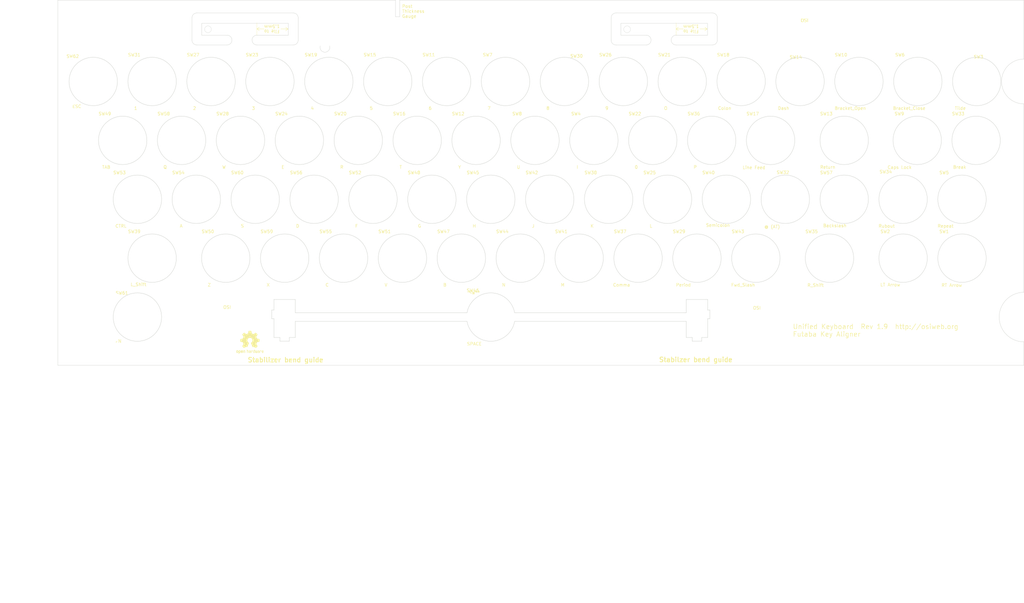
<source format=kicad_pcb>
(kicad_pcb (version 20171130) (host pcbnew "(5.1.6-0-10_14)")

  (general
    (thickness 1.6)
    (drawings 68)
    (tracks 0)
    (zones 0)
    (modules 80)
    (nets 1)
  )

  (page B)
  (title_block
    (title "Futaba Key aligner")
    (date 2020-06-22)
    (rev 1.9)
    (company OSIWeb.org)
  )

  (layers
    (0 F.Cu signal)
    (31 B.Cu signal)
    (32 B.Adhes user)
    (33 F.Adhes user)
    (34 B.Paste user)
    (35 F.Paste user)
    (36 B.SilkS user)
    (37 F.SilkS user)
    (38 B.Mask user)
    (39 F.Mask user)
    (40 Dwgs.User user)
    (41 Cmts.User user)
    (42 Eco1.User user)
    (43 Eco2.User user)
    (44 Edge.Cuts user)
    (45 Margin user)
    (46 B.CrtYd user)
    (47 F.CrtYd user)
    (48 B.Fab user)
    (49 F.Fab user)
  )

  (setup
    (last_trace_width 0.254)
    (user_trace_width 0.254)
    (user_trace_width 0.508)
    (user_trace_width 1.27)
    (trace_clearance 0.2)
    (zone_clearance 0.508)
    (zone_45_only no)
    (trace_min 0.2)
    (via_size 0.8128)
    (via_drill 0.4064)
    (via_min_size 0.4)
    (via_min_drill 0.3)
    (user_via 1.27 0.7112)
    (uvia_size 0.3048)
    (uvia_drill 0.1016)
    (uvias_allowed no)
    (uvia_min_size 0.2)
    (uvia_min_drill 0.1)
    (edge_width 0.05)
    (segment_width 0.2)
    (pcb_text_width 0.3)
    (pcb_text_size 1.5 1.5)
    (mod_edge_width 0.12)
    (mod_text_size 1 1)
    (mod_text_width 0.15)
    (pad_size 1.2 1.2)
    (pad_drill 1.2)
    (pad_to_mask_clearance 0)
    (aux_axis_origin 61.4172 179.1081)
    (grid_origin 62.1538 75.2602)
    (visible_elements 7FFFEFFF)
    (pcbplotparams
      (layerselection 0x010f0_ffffffff)
      (usegerberextensions false)
      (usegerberattributes false)
      (usegerberadvancedattributes false)
      (creategerberjobfile false)
      (excludeedgelayer true)
      (linewidth 0.100000)
      (plotframeref false)
      (viasonmask false)
      (mode 1)
      (useauxorigin false)
      (hpglpennumber 1)
      (hpglpenspeed 20)
      (hpglpendiameter 15.000000)
      (psnegative false)
      (psa4output false)
      (plotreference true)
      (plotvalue true)
      (plotinvisibletext false)
      (padsonsilk false)
      (subtractmaskfromsilk false)
      (outputformat 1)
      (mirror false)
      (drillshape 0)
      (scaleselection 1)
      (outputdirectory "outputs"))
  )

  (net 0 "")

  (net_class Default "This is the default net class."
    (clearance 0.2)
    (trace_width 0.254)
    (via_dia 0.8128)
    (via_drill 0.4064)
    (uvia_dia 0.3048)
    (uvia_drill 0.1016)
    (diff_pair_width 0.2032)
    (diff_pair_gap 0.254)
  )

  (net_class power1 ""
    (clearance 0.254)
    (trace_width 1.27)
    (via_dia 1.27)
    (via_drill 0.7112)
    (uvia_dia 0.3048)
    (uvia_drill 0.1016)
    (diff_pair_width 0.2032)
    (diff_pair_gap 0.254)
  )

  (net_class signal ""
    (clearance 0.2032)
    (trace_width 0.254)
    (via_dia 0.8128)
    (via_drill 0.4064)
    (uvia_dia 0.3048)
    (uvia_drill 0.1016)
    (diff_pair_width 0.2032)
    (diff_pair_gap 0.254)
  )

  (module MountingHole:MountingHole_2.1mm (layer F.Cu) (tedit 5EE9B596) (tstamp 5EFF2E84)
    (at 254.55972 74.92836)
    (descr "Mounting Hole 2.1mm, no annular")
    (tags "mounting hole 2.1mm no annular")
    (attr virtual)
    (fp_text reference REF** (at 0 -3.2) (layer F.SilkS) hide
      (effects (font (size 1 1) (thickness 0.15)))
    )
    (fp_text value MountingHole_2.1mm (at 0 3.2) (layer F.Fab)
      (effects (font (size 1 1) (thickness 0.15)))
    )
    (pad "" np_thru_hole circle (at 0 0) (size 1.6256 1.6256) (drill 1.6256) (layers *.Cu *.Mask))
  )

  (module MountingHole:MountingHole_2.1mm (layer F.Cu) (tedit 5EE9B596) (tstamp 5EFF2E80)
    (at 249.96232 74.92836)
    (descr "Mounting Hole 2.1mm, no annular")
    (tags "mounting hole 2.1mm no annular")
    (attr virtual)
    (fp_text reference REF** (at 0 -3.2) (layer F.SilkS) hide
      (effects (font (size 1 1) (thickness 0.15)))
    )
    (fp_text value MountingHole_2.1mm (at 0 3.2) (layer F.Fab)
      (effects (font (size 1 1) (thickness 0.15)))
    )
    (pad "" np_thru_hole circle (at 0 0) (size 1.6256 1.6256) (drill 1.6256) (layers *.Cu *.Mask))
  )

  (module MountingHole:MountingHole_2.1mm (layer F.Cu) (tedit 5EE9B596) (tstamp 5EFF2E7C)
    (at 252.26102 74.92836)
    (descr "Mounting Hole 2.1mm, no annular")
    (tags "mounting hole 2.1mm no annular")
    (attr virtual)
    (fp_text reference REF** (at 0 -3.2) (layer F.SilkS) hide
      (effects (font (size 1 1) (thickness 0.15)))
    )
    (fp_text value MountingHole_2.1mm (at 0 3.2) (layer F.Fab)
      (effects (font (size 1 1) (thickness 0.15)))
    )
    (pad "" np_thru_hole circle (at 0 0) (size 1.6256 1.6256) (drill 1.6256) (layers *.Cu *.Mask))
  )

  (module MountingHole:MountingHole_2.1mm (layer F.Cu) (tedit 5EE9B596) (tstamp 5EFF2B5F)
    (at 116.7003 74.93758)
    (descr "Mounting Hole 2.1mm, no annular")
    (tags "mounting hole 2.1mm no annular")
    (attr virtual)
    (fp_text reference REF** (at 0 -3.2) (layer F.SilkS) hide
      (effects (font (size 1 1) (thickness 0.15)))
    )
    (fp_text value MountingHole_2.1mm (at 0 3.2) (layer F.Fab)
      (effects (font (size 1 1) (thickness 0.15)))
    )
    (pad "" np_thru_hole circle (at 0 0) (size 1.6256 1.6256) (drill 1.6256) (layers *.Cu *.Mask))
  )

  (module MountingHole:MountingHole_2.1mm (layer F.Cu) (tedit 5EE9B596) (tstamp 5EFF2E5B)
    (at 118.999 74.93758)
    (descr "Mounting Hole 2.1mm, no annular")
    (tags "mounting hole 2.1mm no annular")
    (attr virtual)
    (fp_text reference REF** (at 0 -3.2) (layer F.SilkS) hide
      (effects (font (size 1 1) (thickness 0.15)))
    )
    (fp_text value MountingHole_2.1mm (at 0 3.2) (layer F.Fab)
      (effects (font (size 1 1) (thickness 0.15)))
    )
    (pad "" np_thru_hole circle (at 0 0) (size 1.6256 1.6256) (drill 1.6256) (layers *.Cu *.Mask))
  )

  (module MountingHole:MountingHole_2.1mm (layer F.Cu) (tedit 5EE9B596) (tstamp 5EFF2B7B)
    (at 114.4016 74.93758)
    (descr "Mounting Hole 2.1mm, no annular")
    (tags "mounting hole 2.1mm no annular")
    (attr virtual)
    (fp_text reference REF** (at 0 -3.2) (layer F.SilkS) hide
      (effects (font (size 1 1) (thickness 0.15)))
    )
    (fp_text value MountingHole_2.1mm (at 0 3.2) (layer F.Fab)
      (effects (font (size 1 1) (thickness 0.15)))
    )
    (pad "" np_thru_hole circle (at 0 0) (size 1.6256 1.6256) (drill 1.6256) (layers *.Cu *.Mask))
  )

  (module unikbd:Futaba_space_Cherry_aligner (layer F.Cu) (tedit 5EE3C0EA) (tstamp 5D0D7A0F)
    (at 197.15988 165.99916)
    (path /5BC3E99D/5BC6CD72)
    (fp_text reference SW46 (at -5.7912 -8.6106) (layer F.SilkS)
      (effects (font (size 1 1) (thickness 0.15)))
    )
    (fp_text value SPACE (at -5.334 8.6614) (layer F.SilkS)
      (effects (font (size 1 1) (thickness 0.15)))
    )
    (fp_line (start -63.2206 1.397) (end -7.697216 1.397) (layer Edge.Cuts) (width 0.12))
    (fp_line (start -63.2206 -1.397) (end -7.697216 -1.397) (layer Edge.Cuts) (width 0.12))
    (fp_line (start 7.697216 -1.397) (end 63.2206 -1.397) (layer Edge.Cuts) (width 0.12))
    (fp_line (start 7.697216 1.397) (end 63.2206 1.397) (layer Edge.Cuts) (width 0.12))
    (fp_line (start 63.2206 -1.397) (end 63.2206 -5.6896) (layer Edge.Cuts) (width 0.12))
    (fp_line (start 63.2206 -5.6896) (end 70.1294 -5.6896) (layer Edge.Cuts) (width 0.12))
    (fp_line (start 70.1294 -5.6896) (end 70.1294 -2.286) (layer Edge.Cuts) (width 0.12))
    (fp_line (start 70.1294 -2.286) (end 70.866 -2.286) (layer Edge.Cuts) (width 0.12))
    (fp_line (start 70.866 -2.286) (end 70.866 0.508) (layer Edge.Cuts) (width 0.12))
    (fp_line (start 70.866 0.508) (end 70.1294 0.508) (layer Edge.Cuts) (width 0.12))
    (fp_line (start 70.1294 0.508) (end 70.1294 6.604) (layer Edge.Cuts) (width 0.12))
    (fp_line (start 70.1294 6.604) (end 68.199 6.604) (layer Edge.Cuts) (width 0.12))
    (fp_line (start 68.199 6.604) (end 68.199 7.7724) (layer Edge.Cuts) (width 0.12))
    (fp_line (start 68.199 7.7724) (end 65.151 7.7724) (layer Edge.Cuts) (width 0.12))
    (fp_line (start 65.151 7.7724) (end 65.151 6.604) (layer Edge.Cuts) (width 0.12))
    (fp_line (start 65.151 6.604) (end 63.2206 6.604) (layer Edge.Cuts) (width 0.12))
    (fp_line (start 63.2206 6.604) (end 63.2206 1.397) (layer Edge.Cuts) (width 0.12))
    (fp_line (start -63.2206 1.397) (end -63.2206 6.604) (layer Edge.Cuts) (width 0.12))
    (fp_line (start -63.2206 6.604) (end -65.151 6.604) (layer Edge.Cuts) (width 0.12))
    (fp_line (start -65.151 6.604) (end -65.151 7.7724) (layer Edge.Cuts) (width 0.12))
    (fp_line (start -65.151 7.7724) (end -68.199 7.7724) (layer Edge.Cuts) (width 0.12))
    (fp_line (start -68.199 7.7724) (end -68.199 6.604) (layer Edge.Cuts) (width 0.12))
    (fp_line (start -68.199 6.604) (end -70.1294 6.604) (layer Edge.Cuts) (width 0.12))
    (fp_line (start -70.1294 6.604) (end -70.1294 0.508) (layer Edge.Cuts) (width 0.12))
    (fp_line (start -70.1294 0.508) (end -70.866 0.508) (layer Edge.Cuts) (width 0.12))
    (fp_line (start -70.866 0.508) (end -70.866 -2.286) (layer Edge.Cuts) (width 0.12))
    (fp_line (start -70.866 -2.286) (end -70.1294 -2.286) (layer Edge.Cuts) (width 0.12))
    (fp_line (start -70.1294 -2.286) (end -70.1294 -5.6896) (layer Edge.Cuts) (width 0.12))
    (fp_line (start -70.1294 -5.6896) (end -63.2206 -5.6896) (layer Edge.Cuts) (width 0.12))
    (fp_line (start -63.2206 -5.6896) (end -63.2206 -1.397) (layer Edge.Cuts) (width 0.12))
    (fp_text user MX_space_aligner (at -0.6096 7.9248) (layer B.Fab)
      (effects (font (size 1 1) (thickness 0.15)))
    )
    (fp_text user SW** (at -5.334 -7.874) (layer F.SilkS)
      (effects (font (size 1 1) (thickness 0.15)))
    )
    (fp_text user Futaba_2u_Cherry_aligner (at 0 -0.5) (layer F.Fab)
      (effects (font (size 1 1) (thickness 0.15)))
    )
    (fp_text user REF** (at 0 0.5) (layer F.SilkS) hide
      (effects (font (size 1 1) (thickness 0.15)))
    )
    (fp_arc (start 0 0) (end 7.697216 -1.397) (angle -159.4) (layer Edge.Cuts) (width 0.12))
    (fp_arc (start 0 0) (end -7.697216 1.397) (angle -159.4) (layer Edge.Cuts) (width 0.12))
    (pad "" np_thru_hole circle (at -6.985 6.985) (size 1.6256 1.6256) (drill 1.6256) (layers *.Cu *.Mask))
    (pad "" np_thru_hole circle (at -6.985 -6.985) (size 1.6256 1.6256) (drill 1.6256) (layers *.Cu *.Mask))
    (pad "" np_thru_hole circle (at 6.985 -6.985) (size 1.6256 1.6256) (drill 1.6256) (layers *.Cu *.Mask))
    (pad "" np_thru_hole circle (at 6.985 6.985) (size 1.6256 1.6256) (drill 1.6256) (layers *.Cu *.Mask))
  )

  (module unikbd:kbd_mounting_holes_only (layer F.Cu) (tedit 5EF57261) (tstamp 5EF5DB09)
    (at 301.0408 163.87826 90)
    (descr "Through hole straight pin header, 2x20, 2.54mm pitch, double rows")
    (tags "Through hole pin header THT 2x20 2.54mm double row")
    (fp_text reference REF** (at 1.4732 7.366 180) (layer F.Fab) hide
      (effects (font (size 1 1) (thickness 0.15)))
    )
    (fp_text value "Interface mount" (at -1.3716 36.9824 180) (layer F.Fab) hide
      (effects (font (size 1 1) (thickness 0.15)))
    )
    (pad "" np_thru_hole circle (at 1.2954 54.5606 90) (size 3.175 3.175) (drill 3.175) (layers *.Cu *.Mask))
    (pad "" np_thru_hole circle (at 1.2954 -8.8124 90) (size 3.175 3.175) (drill 3.175) (layers *.Cu *.Mask))
    (pad "" np_thru_hole circle (at 91.4924 -2.8688 90) (size 3.175 3.175) (drill 3.175) (layers *.Cu *.Mask))
    (pad "" np_thru_hole circle (at 91.4924 50.4712 90) (size 3.175 3.175) (drill 3.175) (layers *.Cu *.Mask))
    (model ${KISYS3DMOD}/Connector_PinHeader_2.54mm.3dshapes/PinHeader_2x20_P2.54mm_Vertical.wrl
      (offset (xyz 2.54 0 -1.8288))
      (scale (xyz 1 1 1))
      (rotate (xyz 0 180 0))
    )
  )

  (module unikbd:OSI_spacer_holes (layer F.Cu) (tedit 5EF5305C) (tstamp 5EFF2CAC)
    (at 197.15988 166.99916)
    (fp_text reference REF** (at 0 0.5) (layer F.SilkS) hide
      (effects (font (size 1 1) (thickness 0.15)))
    )
    (fp_text value "OSI mounting holes" (at -0.32258 11.14044) (layer F.Fab)
      (effects (font (size 1 1) (thickness 0.15)))
    )
    (fp_circle (center 109.22 -92.71) (end 114.046 -92.71) (layer Cmts.User) (width 0.15))
    (fp_circle (center -109.22 -92.71) (end -104.394 -92.71) (layer Cmts.User) (width 0.15))
    (fp_circle (center 0 -92.8624) (end 4.826 -92.8624) (layer Cmts.User) (width 0.15))
    (fp_circle (center 85.725 0.635) (end 89.225 0.635) (layer Cmts.User) (width 0.15))
    (fp_circle (center 85.725 0.635) (end 89.475 0.635) (layer F.CrtYd) (width 0.05))
    (fp_circle (center -85.725 0.635) (end -82.225 0.635) (layer Cmts.User) (width 0.15))
    (fp_circle (center -85.725 0.635) (end -81.975 0.635) (layer F.CrtYd) (width 0.05))
    (fp_circle (center 0 -97.9424) (end 4.826 -97.9424) (layer Cmts.User) (width 0.15))
    (fp_circle (center -109.22 -97.79) (end -104.394 -97.79) (layer Cmts.User) (width 0.15))
    (fp_circle (center 109.22 -97.79) (end 114.046 -97.79) (layer Cmts.User) (width 0.15))
    (fp_line (start -5.08 -103.0224) (end 5.08 -103.0224) (layer F.CrtYd) (width 0.12))
    (fp_line (start 5.08 -103.0224) (end 5.08 -87.7824) (layer F.CrtYd) (width 0.12))
    (fp_line (start -5.08 -87.7824) (end 5.08 -87.7824) (layer F.CrtYd) (width 0.12))
    (fp_line (start -5.08 -87.7824) (end -5.08 -103.0224) (layer F.CrtYd) (width 0.12))
    (fp_line (start -114.3 -102.87) (end -104.14 -102.87) (layer F.CrtYd) (width 0.12))
    (fp_line (start -104.14 -102.87) (end -104.14 -87.63) (layer F.CrtYd) (width 0.12))
    (fp_line (start -114.3 -87.63) (end -104.14 -87.63) (layer F.CrtYd) (width 0.12))
    (fp_line (start -114.3 -87.63) (end -114.3 -102.87) (layer F.CrtYd) (width 0.12))
    (fp_line (start 104.14 -102.87) (end 114.3 -102.87) (layer F.CrtYd) (width 0.12))
    (fp_line (start 114.3 -102.87) (end 114.3 -87.63) (layer F.CrtYd) (width 0.12))
    (fp_line (start 104.14 -87.63) (end 114.3 -87.63) (layer F.CrtYd) (width 0.12))
    (fp_line (start 104.14 -87.63) (end 104.14 -102.87) (layer F.CrtYd) (width 0.12))
    (fp_text user %R (at 110.75162 -87.97036) (layer F.Fab)
      (effects (font (size 1 1) (thickness 0.15)))
    )
    (fp_text user OSI (at 101.48062 -96.93656) (layer F.SilkS)
      (effects (font (size 1 1) (thickness 0.15)))
    )
    (fp_text user %R (at -85.03158 5.42544) (layer F.Fab)
      (effects (font (size 1 1) (thickness 0.15)))
    )
    (fp_text user OSI (at -85.28558 -4.17576) (layer F.SilkS)
      (effects (font (size 1 1) (thickness 0.15)))
    )
    (fp_text user %R (at 86.31682 5.65404) (layer F.Fab)
      (effects (font (size 1 1) (thickness 0.15)))
    )
    (fp_text user OSI (at 86.06282 -3.94716) (layer F.SilkS)
      (effects (font (size 1 1) (thickness 0.15)))
    )
    (fp_text user OSI (at 0.59182 -97.46996) (layer F.SilkS)
      (effects (font (size 1 1) (thickness 0.15)))
    )
    (fp_text user %R (at 0.84582 -87.86876) (layer F.Fab)
      (effects (font (size 1 1) (thickness 0.15)))
    )
    (fp_text user OSI (at -109.56798 -97.46996) (layer F.SilkS)
      (effects (font (size 1 1) (thickness 0.15)))
    )
    (fp_text user %R (at -109.31398 -87.86876) (layer F.Fab)
      (effects (font (size 1 1) (thickness 0.15)))
    )
    (fp_text user OSI (at 101.48062 -96.93656) (layer F.SilkS)
      (effects (font (size 1 1) (thickness 0.15)))
    )
    (fp_text user %R (at 110.75162 -87.97036) (layer F.Fab)
      (effects (font (size 1 1) (thickness 0.15)))
    )
    (pad "" np_thru_hole circle (at -85.725 0.635) (size 7.112 7.112) (drill 7.112) (layers *.Cu *.Mask))
    (pad "" np_thru_hole circle (at 85.725 0.635) (size 7.112 7.112) (drill 7.112) (layers *.Cu *.Mask))
    (pad "" np_thru_hole oval (at 0 -95.25) (size 7.112 12.192) (drill oval 7.112 12.192) (layers *.Cu *.Mask))
    (pad "" np_thru_hole oval (at -109.22 -95.25) (size 7.112 12.192) (drill oval 7.112 12.192) (layers *.Cu *.Mask))
    (pad "" np_thru_hole oval (at 109.22 -95.25) (size 7.112 12.192) (drill oval 7.112 12.192) (layers *.Cu *.Mask))
  )

  (module unikbd:Futaba-MD-4PCS-aligner (layer F.Cu) (tedit 5DA63068) (tstamp 5D0F9EDE)
    (at 116.19738 108.84916)
    (path /5BC3EA0A/5BCAF339)
    (fp_text reference SW28 (at -5.7912 -8.6106) (layer F.SilkS)
      (effects (font (size 1 1) (thickness 0.15)))
    )
    (fp_text value W (at -5.334 8.6614) (layer F.SilkS)
      (effects (font (size 1 1) (thickness 0.15)))
    )
    (fp_circle (center 0 0) (end 7.8232 0) (layer Edge.Cuts) (width 0.12))
    (pad "" np_thru_hole circle (at -6.985 -6.985) (size 1.6256 1.6256) (drill 1.6256) (layers *.Cu *.Mask))
    (pad "" np_thru_hole circle (at -6.985 6.985) (size 1.6256 1.6256) (drill 1.6256) (layers *.Cu *.Mask))
    (pad "" np_thru_hole circle (at 6.985 6.985) (size 1.6256 1.6256) (drill 1.6256) (layers *.Cu *.Mask))
    (pad "" np_thru_hole circle (at 6.985 -6.985) (size 1.6256 1.6256) (drill 1.6256) (layers *.Cu *.Mask))
  )

  (module unikbd:Futaba-MD-4PCS-aligner (layer F.Cu) (tedit 5DA63068) (tstamp 5D0FB031)
    (at 273.35988 127.89916)
    (path /5BC3E99D/5BC6CD6B)
    (fp_text reference SW40 (at -5.7912 -8.6106) (layer F.SilkS)
      (effects (font (size 1 1) (thickness 0.15)))
    )
    (fp_text value Semicolon (at -2.73558 8.39724) (layer F.SilkS)
      (effects (font (size 1 1) (thickness 0.15)))
    )
    (fp_circle (center 0 0) (end 7.8232 0) (layer Edge.Cuts) (width 0.12))
    (pad "" np_thru_hole circle (at -6.985 -6.985) (size 1.6256 1.6256) (drill 1.6256) (layers *.Cu *.Mask))
    (pad "" np_thru_hole circle (at -6.985 6.985) (size 1.6256 1.6256) (drill 1.6256) (layers *.Cu *.Mask))
    (pad "" np_thru_hole circle (at 6.985 6.985) (size 1.6256 1.6256) (drill 1.6256) (layers *.Cu *.Mask))
    (pad "" np_thru_hole circle (at 6.985 -6.985) (size 1.6256 1.6256) (drill 1.6256) (layers *.Cu *.Mask))
  )

  (module unikbd:Futaba-MD-4PCS-aligner (layer F.Cu) (tedit 5DA63068) (tstamp 5D0FA32E)
    (at 268.59738 108.84916)
    (path /5BC3E99D/5BC6CD5D)
    (fp_text reference SW36 (at -5.7912 -8.6106) (layer F.SilkS)
      (effects (font (size 1 1) (thickness 0.15)))
    )
    (fp_text value P (at -5.334 8.6614) (layer F.SilkS)
      (effects (font (size 1 1) (thickness 0.15)))
    )
    (fp_circle (center 0 0) (end 7.8232 0) (layer Edge.Cuts) (width 0.12))
    (pad "" np_thru_hole circle (at -6.985 -6.985) (size 1.6256 1.6256) (drill 1.6256) (layers *.Cu *.Mask))
    (pad "" np_thru_hole circle (at -6.985 6.985) (size 1.6256 1.6256) (drill 1.6256) (layers *.Cu *.Mask))
    (pad "" np_thru_hole circle (at 6.985 6.985) (size 1.6256 1.6256) (drill 1.6256) (layers *.Cu *.Mask))
    (pad "" np_thru_hole circle (at 6.985 -6.985) (size 1.6256 1.6256) (drill 1.6256) (layers *.Cu *.Mask))
  )

  (module unikbd:Futaba-MD-4PCS-aligner (layer F.Cu) (tedit 5DA63068) (tstamp 5D0FB0DC)
    (at 292.40988 127.89916)
    (path /5D6BE647)
    (fp_text reference SW32 (at -0.78994 -8.67664) (layer F.SilkS)
      (effects (font (size 1 1) (thickness 0.15)))
    )
    (fp_text value "@ (AT)" (at -4.25958 8.87984) (layer F.SilkS)
      (effects (font (size 1 1) (thickness 0.15)))
    )
    (fp_circle (center 0 0) (end 7.8232 0) (layer Edge.Cuts) (width 0.12))
    (pad "" np_thru_hole circle (at -6.985 -6.985) (size 1.6256 1.6256) (drill 1.6256) (layers *.Cu *.Mask))
    (pad "" np_thru_hole circle (at -6.985 6.985) (size 1.6256 1.6256) (drill 1.6256) (layers *.Cu *.Mask))
    (pad "" np_thru_hole circle (at 6.985 6.985) (size 1.6256 1.6256) (drill 1.6256) (layers *.Cu *.Mask))
    (pad "" np_thru_hole circle (at 6.985 -6.985) (size 1.6256 1.6256) (drill 1.6256) (layers *.Cu *.Mask))
  )

  (module unikbd:Futaba-MD-4PCS-LED-aligner (layer F.Cu) (tedit 5EE8F357) (tstamp 5D0F9D4F)
    (at 287.64738 108.84916)
    (path /5BC3EA0A/5BCAF39B)
    (fp_text reference SW17 (at -5.7912 -8.6106) (layer F.SilkS)
      (effects (font (size 1 1) (thickness 0.15)))
    )
    (fp_text value "Line Feed" (at -5.37464 8.79094) (layer F.SilkS)
      (effects (font (size 1 1) (thickness 0.15)))
    )
    (fp_circle (center 0 0) (end 7.8232 0) (layer Edge.Cuts) (width 0.12))
    (pad "" np_thru_hole circle (at 0 9.525) (size 3.048 3.048) (drill 3.048) (layers *.Cu *.Mask))
    (pad "" np_thru_hole circle (at -6.985 -6.985) (size 1.6256 1.6256) (drill 1.6256) (layers *.Cu *.Mask))
    (pad "" np_thru_hole circle (at -6.985 6.985) (size 1.6256 1.6256) (drill 1.6256) (layers *.Cu *.Mask))
    (pad "" np_thru_hole circle (at 6.985 6.985) (size 1.6256 1.6256) (drill 1.6256) (layers *.Cu *.Mask))
    (pad "" np_thru_hole circle (at 6.985 -6.985) (size 1.6256 1.6256) (drill 1.6256) (layers *.Cu *.Mask))
  )

  (module unikbd:Futaba-MD-4PCS-aligner (layer F.Cu) (tedit 5DA63068) (tstamp 5EE2E6FC)
    (at 311.45988 108.84916)
    (path /5BC3EA0A/5BCAF38D)
    (fp_text reference SW13 (at -5.7912 -8.6106) (layer F.SilkS)
      (effects (font (size 1 1) (thickness 0.15)))
    )
    (fp_text value Return (at -5.334 8.6614) (layer F.SilkS)
      (effects (font (size 1 1) (thickness 0.15)))
    )
    (fp_circle (center 0 0) (end 7.8232 0) (layer Edge.Cuts) (width 0.12))
    (pad "" np_thru_hole circle (at -6.985 -6.985) (size 1.6256 1.6256) (drill 1.6256) (layers *.Cu *.Mask))
    (pad "" np_thru_hole circle (at -6.985 6.985) (size 1.6256 1.6256) (drill 1.6256) (layers *.Cu *.Mask))
    (pad "" np_thru_hole circle (at 6.985 6.985) (size 1.6256 1.6256) (drill 1.6256) (layers *.Cu *.Mask))
    (pad "" np_thru_hole circle (at 6.985 -6.985) (size 1.6256 1.6256) (drill 1.6256) (layers *.Cu *.Mask))
  )

  (module unikbd:Futaba-MD-4PCS-aligner (layer F.Cu) (tedit 5DA63068) (tstamp 5D0EE51F)
    (at 330.50988 127.89916)
    (path /5D6C3751)
    (fp_text reference SW34 (at -5.61848 -8.89508) (layer F.SilkS)
      (effects (font (size 1 1) (thickness 0.15)))
    )
    (fp_text value Rubout (at -5.334 8.6614) (layer F.SilkS)
      (effects (font (size 1 1) (thickness 0.15)))
    )
    (fp_circle (center 0 0) (end 7.8232 0) (layer Edge.Cuts) (width 0.12))
    (pad "" np_thru_hole circle (at -6.985 -6.985) (size 1.6256 1.6256) (drill 1.6256) (layers *.Cu *.Mask))
    (pad "" np_thru_hole circle (at -6.985 6.985) (size 1.6256 1.6256) (drill 1.6256) (layers *.Cu *.Mask))
    (pad "" np_thru_hole circle (at 6.985 6.985) (size 1.6256 1.6256) (drill 1.6256) (layers *.Cu *.Mask))
    (pad "" np_thru_hole circle (at 6.985 -6.985) (size 1.6256 1.6256) (drill 1.6256) (layers *.Cu *.Mask))
  )

  (module unikbd:Futaba-MD-4PCS-aligner (layer F.Cu) (tedit 5DA63068) (tstamp 5D633B5C)
    (at 311.45988 127.89916)
    (path /5BC3E99D/5BC3FF70)
    (fp_text reference SW57 (at -5.7912 -8.6106) (layer F.SilkS)
      (effects (font (size 1 1) (thickness 0.15)))
    )
    (fp_text value Backslash (at -3.04038 8.52424) (layer F.SilkS)
      (effects (font (size 1 1) (thickness 0.15)))
    )
    (fp_circle (center 0 0) (end 7.8232 0) (layer Edge.Cuts) (width 0.12))
    (pad "" np_thru_hole circle (at -6.985 -6.985) (size 1.6256 1.6256) (drill 1.6256) (layers *.Cu *.Mask))
    (pad "" np_thru_hole circle (at -6.985 6.985) (size 1.6256 1.6256) (drill 1.6256) (layers *.Cu *.Mask))
    (pad "" np_thru_hole circle (at 6.985 6.985) (size 1.6256 1.6256) (drill 1.6256) (layers *.Cu *.Mask))
    (pad "" np_thru_hole circle (at 6.985 -6.985) (size 1.6256 1.6256) (drill 1.6256) (layers *.Cu *.Mask))
  )

  (module unikbd:Futaba-MD-4PCS-aligner (layer F.Cu) (tedit 5DA63068) (tstamp 5D0FB14E)
    (at 216.20988 127.89916)
    (path /5BC3E99D/5BC6D0BB)
    (fp_text reference SW42 (at -5.7912 -8.6106) (layer F.SilkS)
      (effects (font (size 1 1) (thickness 0.15)))
    )
    (fp_text value J (at -5.334 8.6614) (layer F.SilkS)
      (effects (font (size 1 1) (thickness 0.15)))
    )
    (fp_circle (center 0 0) (end 7.8232 0) (layer Edge.Cuts) (width 0.12))
    (pad "" np_thru_hole circle (at -6.985 -6.985) (size 1.6256 1.6256) (drill 1.6256) (layers *.Cu *.Mask))
    (pad "" np_thru_hole circle (at -6.985 6.985) (size 1.6256 1.6256) (drill 1.6256) (layers *.Cu *.Mask))
    (pad "" np_thru_hole circle (at 6.985 6.985) (size 1.6256 1.6256) (drill 1.6256) (layers *.Cu *.Mask))
    (pad "" np_thru_hole circle (at 6.985 -6.985) (size 1.6256 1.6256) (drill 1.6256) (layers *.Cu *.Mask))
  )

  (module unikbd:Futaba-MD-4PCS-aligner (layer F.Cu) (tedit 5DA63068) (tstamp 5D0FB06A)
    (at 235.25988 127.89916)
    (path /5BC3E99D/5BC6D0AD)
    (fp_text reference SW38 (at -5.7912 -8.6106) (layer F.SilkS)
      (effects (font (size 1 1) (thickness 0.15)))
    )
    (fp_text value K (at -5.334 8.6614) (layer F.SilkS)
      (effects (font (size 1 1) (thickness 0.15)))
    )
    (fp_circle (center 0 0) (end 7.8232 0) (layer Edge.Cuts) (width 0.12))
    (pad "" np_thru_hole circle (at -6.985 -6.985) (size 1.6256 1.6256) (drill 1.6256) (layers *.Cu *.Mask))
    (pad "" np_thru_hole circle (at -6.985 6.985) (size 1.6256 1.6256) (drill 1.6256) (layers *.Cu *.Mask))
    (pad "" np_thru_hole circle (at 6.985 6.985) (size 1.6256 1.6256) (drill 1.6256) (layers *.Cu *.Mask))
    (pad "" np_thru_hole circle (at 6.985 -6.985) (size 1.6256 1.6256) (drill 1.6256) (layers *.Cu *.Mask))
  )

  (module unikbd:Futaba-MD-4PCS-aligner (layer F.Cu) (tedit 5DA63068) (tstamp 5D0FB115)
    (at 178.10988 127.89916)
    (path /5BC3E99D/5BC6D0C2)
    (fp_text reference SW48 (at -5.7912 -8.6106) (layer F.SilkS)
      (effects (font (size 1 1) (thickness 0.15)))
    )
    (fp_text value G (at -4.00558 8.62584) (layer F.SilkS)
      (effects (font (size 1 1) (thickness 0.15)))
    )
    (fp_circle (center 0 0) (end 7.8232 0) (layer Edge.Cuts) (width 0.12))
    (pad "" np_thru_hole circle (at -6.985 -6.985) (size 1.6256 1.6256) (drill 1.6256) (layers *.Cu *.Mask))
    (pad "" np_thru_hole circle (at -6.985 6.985) (size 1.6256 1.6256) (drill 1.6256) (layers *.Cu *.Mask))
    (pad "" np_thru_hole circle (at 6.985 6.985) (size 1.6256 1.6256) (drill 1.6256) (layers *.Cu *.Mask))
    (pad "" np_thru_hole circle (at 6.985 -6.985) (size 1.6256 1.6256) (drill 1.6256) (layers *.Cu *.Mask))
  )

  (module unikbd:Futaba-MD-4PCS-aligner (layer F.Cu) (tedit 5DA63068) (tstamp 5D0FB187)
    (at 197.15988 127.89916)
    (path /5BC3E99D/5BC6D0B4)
    (fp_text reference SW45 (at -5.7912 -8.6106) (layer F.SilkS)
      (effects (font (size 1 1) (thickness 0.15)))
    )
    (fp_text value H (at -5.334 8.6614) (layer F.SilkS)
      (effects (font (size 1 1) (thickness 0.15)))
    )
    (fp_circle (center 0 0) (end 7.8232 0) (layer Edge.Cuts) (width 0.12))
    (pad "" np_thru_hole circle (at -6.985 -6.985) (size 1.6256 1.6256) (drill 1.6256) (layers *.Cu *.Mask))
    (pad "" np_thru_hole circle (at -6.985 6.985) (size 1.6256 1.6256) (drill 1.6256) (layers *.Cu *.Mask))
    (pad "" np_thru_hole circle (at 6.985 6.985) (size 1.6256 1.6256) (drill 1.6256) (layers *.Cu *.Mask))
    (pad "" np_thru_hole circle (at 6.985 -6.985) (size 1.6256 1.6256) (drill 1.6256) (layers *.Cu *.Mask))
  )

  (module unikbd:Futaba-MD-4PCS-aligner (layer F.Cu) (tedit 5DA63068) (tstamp 5D0FB0A3)
    (at 159.05988 127.89916)
    (path /5BC3E99D/5BC6D0C9)
    (fp_text reference SW52 (at -5.7912 -8.6106) (layer F.SilkS)
      (effects (font (size 1 1) (thickness 0.15)))
    )
    (fp_text value F (at -5.334 8.6614) (layer F.SilkS)
      (effects (font (size 1 1) (thickness 0.15)))
    )
    (fp_circle (center 0 0) (end 7.8232 0) (layer Edge.Cuts) (width 0.12))
    (pad "" np_thru_hole circle (at -6.985 -6.985) (size 1.6256 1.6256) (drill 1.6256) (layers *.Cu *.Mask))
    (pad "" np_thru_hole circle (at -6.985 6.985) (size 1.6256 1.6256) (drill 1.6256) (layers *.Cu *.Mask))
    (pad "" np_thru_hole circle (at 6.985 6.985) (size 1.6256 1.6256) (drill 1.6256) (layers *.Cu *.Mask))
    (pad "" np_thru_hole circle (at 6.985 -6.985) (size 1.6256 1.6256) (drill 1.6256) (layers *.Cu *.Mask))
  )

  (module unikbd:Futaba-MD-4PCS-aligner (layer F.Cu) (tedit 5DA63068) (tstamp 5D0FAB15)
    (at 140.00988 127.89916)
    (path /5BC3E99D/5BC6D0D7)
    (fp_text reference SW56 (at -5.7912 -8.6106) (layer F.SilkS)
      (effects (font (size 1 1) (thickness 0.15)))
    )
    (fp_text value D (at -5.334 8.6614) (layer F.SilkS)
      (effects (font (size 1 1) (thickness 0.15)))
    )
    (fp_circle (center 0 0) (end 7.8232 0) (layer Edge.Cuts) (width 0.12))
    (pad "" np_thru_hole circle (at -6.985 -6.985) (size 1.6256 1.6256) (drill 1.6256) (layers *.Cu *.Mask))
    (pad "" np_thru_hole circle (at -6.985 6.985) (size 1.6256 1.6256) (drill 1.6256) (layers *.Cu *.Mask))
    (pad "" np_thru_hole circle (at 6.985 6.985) (size 1.6256 1.6256) (drill 1.6256) (layers *.Cu *.Mask))
    (pad "" np_thru_hole circle (at 6.985 -6.985) (size 1.6256 1.6256) (drill 1.6256) (layers *.Cu *.Mask))
  )

  (module unikbd:Futaba-MD-4PCS-aligner (layer F.Cu) (tedit 5DA63068) (tstamp 5D0F9DFA)
    (at 192.39738 108.84916)
    (path /5BC3EA0A/5BCAF31D)
    (fp_text reference SW12 (at -5.7912 -8.6106) (layer F.SilkS)
      (effects (font (size 1 1) (thickness 0.15)))
    )
    (fp_text value Y (at -5.334 8.6614) (layer F.SilkS)
      (effects (font (size 1 1) (thickness 0.15)))
    )
    (fp_circle (center 0 0) (end 7.8232 0) (layer Edge.Cuts) (width 0.12))
    (pad "" np_thru_hole circle (at -6.985 -6.985) (size 1.6256 1.6256) (drill 1.6256) (layers *.Cu *.Mask))
    (pad "" np_thru_hole circle (at -6.985 6.985) (size 1.6256 1.6256) (drill 1.6256) (layers *.Cu *.Mask))
    (pad "" np_thru_hole circle (at 6.985 6.985) (size 1.6256 1.6256) (drill 1.6256) (layers *.Cu *.Mask))
    (pad "" np_thru_hole circle (at 6.985 -6.985) (size 1.6256 1.6256) (drill 1.6256) (layers *.Cu *.Mask))
  )

  (module unikbd:Futaba-MD-4PCS-aligner (layer F.Cu) (tedit 5DA63068) (tstamp 5D0F9D88)
    (at 173.34738 108.84916)
    (path /5BC3EA0A/5BCAF32B)
    (fp_text reference SW16 (at -5.7912 -8.6106) (layer F.SilkS)
      (effects (font (size 1 1) (thickness 0.15)))
    )
    (fp_text value T (at -5.334 8.6614) (layer F.SilkS)
      (effects (font (size 1 1) (thickness 0.15)))
    )
    (fp_circle (center 0 0) (end 7.8232 0) (layer Edge.Cuts) (width 0.12))
    (pad "" np_thru_hole circle (at -6.985 -6.985) (size 1.6256 1.6256) (drill 1.6256) (layers *.Cu *.Mask))
    (pad "" np_thru_hole circle (at -6.985 6.985) (size 1.6256 1.6256) (drill 1.6256) (layers *.Cu *.Mask))
    (pad "" np_thru_hole circle (at 6.985 6.985) (size 1.6256 1.6256) (drill 1.6256) (layers *.Cu *.Mask))
    (pad "" np_thru_hole circle (at 6.985 -6.985) (size 1.6256 1.6256) (drill 1.6256) (layers *.Cu *.Mask))
  )

  (module unikbd:Futaba-MD-4PCS-aligner (layer F.Cu) (tedit 5DA63068) (tstamp 5D0FAB87)
    (at 254.30988 127.89916)
    (path /5BC3EA0A/5BCAF3B0)
    (fp_text reference SW25 (at -5.7912 -8.6106) (layer F.SilkS)
      (effects (font (size 1 1) (thickness 0.15)))
    )
    (fp_text value L (at -5.334 8.6614) (layer F.SilkS)
      (effects (font (size 1 1) (thickness 0.15)))
    )
    (fp_circle (center 0 0) (end 7.8232 0) (layer Edge.Cuts) (width 0.12))
    (pad "" np_thru_hole circle (at -6.985 -6.985) (size 1.6256 1.6256) (drill 1.6256) (layers *.Cu *.Mask))
    (pad "" np_thru_hole circle (at -6.985 6.985) (size 1.6256 1.6256) (drill 1.6256) (layers *.Cu *.Mask))
    (pad "" np_thru_hole circle (at 6.985 6.985) (size 1.6256 1.6256) (drill 1.6256) (layers *.Cu *.Mask))
    (pad "" np_thru_hole circle (at 6.985 -6.985) (size 1.6256 1.6256) (drill 1.6256) (layers *.Cu *.Mask))
  )

  (module unikbd:Futaba-MD-4PCS-aligner (layer F.Cu) (tedit 5DA63068) (tstamp 5D0F9EA5)
    (at 135.24738 108.84916)
    (path /5BC3EA0A/5BCAF340)
    (fp_text reference SW24 (at -5.7912 -8.6106) (layer F.SilkS)
      (effects (font (size 1 1) (thickness 0.15)))
    )
    (fp_text value E (at -5.334 8.6614) (layer F.SilkS)
      (effects (font (size 1 1) (thickness 0.15)))
    )
    (fp_circle (center 0 0) (end 7.8232 0) (layer Edge.Cuts) (width 0.12))
    (pad "" np_thru_hole circle (at -6.985 -6.985) (size 1.6256 1.6256) (drill 1.6256) (layers *.Cu *.Mask))
    (pad "" np_thru_hole circle (at -6.985 6.985) (size 1.6256 1.6256) (drill 1.6256) (layers *.Cu *.Mask))
    (pad "" np_thru_hole circle (at 6.985 6.985) (size 1.6256 1.6256) (drill 1.6256) (layers *.Cu *.Mask))
    (pad "" np_thru_hole circle (at 6.985 -6.985) (size 1.6256 1.6256) (drill 1.6256) (layers *.Cu *.Mask))
  )

  (module unikbd:Futaba-MD-4PCS-aligner (layer F.Cu) (tedit 5DA63068) (tstamp 5D633858)
    (at 249.54738 108.84916)
    (path /5BC3EA0A/5BCAF412)
    (fp_text reference SW22 (at -5.7912 -8.6106) (layer F.SilkS)
      (effects (font (size 1 1) (thickness 0.15)))
    )
    (fp_text value 0 (at -5.334 8.6614) (layer F.SilkS)
      (effects (font (size 1 1) (thickness 0.15)))
    )
    (fp_circle (center 0 0) (end 7.8232 0) (layer Edge.Cuts) (width 0.12))
    (pad "" np_thru_hole circle (at -6.985 -6.985) (size 1.6256 1.6256) (drill 1.6256) (layers *.Cu *.Mask))
    (pad "" np_thru_hole circle (at -6.985 6.985) (size 1.6256 1.6256) (drill 1.6256) (layers *.Cu *.Mask))
    (pad "" np_thru_hole circle (at 6.985 6.985) (size 1.6256 1.6256) (drill 1.6256) (layers *.Cu *.Mask))
    (pad "" np_thru_hole circle (at 6.985 -6.985) (size 1.6256 1.6256) (drill 1.6256) (layers *.Cu *.Mask))
  )

  (module unikbd:Futaba-MD-4PCS-aligner (layer F.Cu) (tedit 5DA63068) (tstamp 5D0F9E6C)
    (at 154.29738 108.84916)
    (path /5BC3EA0A/5BCAF332)
    (fp_text reference SW20 (at -5.7912 -8.6106) (layer F.SilkS)
      (effects (font (size 1 1) (thickness 0.15)))
    )
    (fp_text value R (at -5.334 8.6614) (layer F.SilkS)
      (effects (font (size 1 1) (thickness 0.15)))
    )
    (fp_circle (center 0 0) (end 7.8232 0) (layer Edge.Cuts) (width 0.12))
    (pad "" np_thru_hole circle (at -6.985 -6.985) (size 1.6256 1.6256) (drill 1.6256) (layers *.Cu *.Mask))
    (pad "" np_thru_hole circle (at -6.985 6.985) (size 1.6256 1.6256) (drill 1.6256) (layers *.Cu *.Mask))
    (pad "" np_thru_hole circle (at 6.985 6.985) (size 1.6256 1.6256) (drill 1.6256) (layers *.Cu *.Mask))
    (pad "" np_thru_hole circle (at 6.985 -6.985) (size 1.6256 1.6256) (drill 1.6256) (layers *.Cu *.Mask))
  )

  (module unikbd:Futaba-MD-4PCS-aligner (layer F.Cu) (tedit 5DA63068) (tstamp 5D0FAADC)
    (at 101.90988 127.89916)
    (path /5BC3E99D/5BC6CD87)
    (fp_text reference SW54 (at -5.7912 -8.6106) (layer F.SilkS)
      (effects (font (size 1 1) (thickness 0.15)))
    )
    (fp_text value A (at -4.89458 8.62584) (layer F.SilkS)
      (effects (font (size 1 1) (thickness 0.15)))
    )
    (fp_circle (center 0 0) (end 7.8232 0) (layer Edge.Cuts) (width 0.12))
    (pad "" np_thru_hole circle (at -6.985 -6.985) (size 1.6256 1.6256) (drill 1.6256) (layers *.Cu *.Mask))
    (pad "" np_thru_hole circle (at -6.985 6.985) (size 1.6256 1.6256) (drill 1.6256) (layers *.Cu *.Mask))
    (pad "" np_thru_hole circle (at 6.985 6.985) (size 1.6256 1.6256) (drill 1.6256) (layers *.Cu *.Mask))
    (pad "" np_thru_hole circle (at 6.985 -6.985) (size 1.6256 1.6256) (drill 1.6256) (layers *.Cu *.Mask))
  )

  (module unikbd:Futaba-MD-4PCS-aligner (layer F.Cu) (tedit 5DA63068) (tstamp 5D0F9DC1)
    (at 211.44738 108.84916)
    (path /5BC3EA0A/5BCAF324)
    (fp_text reference SW8 (at -5.7912 -8.6106) (layer F.SilkS)
      (effects (font (size 1 1) (thickness 0.15)))
    )
    (fp_text value U (at -5.334 8.6614) (layer F.SilkS)
      (effects (font (size 1 1) (thickness 0.15)))
    )
    (fp_circle (center 0 0) (end 7.8232 0) (layer Edge.Cuts) (width 0.12))
    (pad "" np_thru_hole circle (at -6.985 -6.985) (size 1.6256 1.6256) (drill 1.6256) (layers *.Cu *.Mask))
    (pad "" np_thru_hole circle (at -6.985 6.985) (size 1.6256 1.6256) (drill 1.6256) (layers *.Cu *.Mask))
    (pad "" np_thru_hole circle (at 6.985 6.985) (size 1.6256 1.6256) (drill 1.6256) (layers *.Cu *.Mask))
    (pad "" np_thru_hole circle (at 6.985 -6.985) (size 1.6256 1.6256) (drill 1.6256) (layers *.Cu *.Mask))
  )

  (module unikbd:Futaba-MD-4PCS-aligner (layer F.Cu) (tedit 5DA63068) (tstamp 5D0F9D16)
    (at 230.49738 108.84916)
    (path /5BC3EA0A/5BCAF316)
    (fp_text reference SW4 (at -5.7912 -8.6106) (layer F.SilkS)
      (effects (font (size 1 1) (thickness 0.15)))
    )
    (fp_text value I (at -5.334 8.6614) (layer F.SilkS)
      (effects (font (size 1 1) (thickness 0.15)))
    )
    (fp_circle (center 0 0) (end 7.8232 0) (layer Edge.Cuts) (width 0.12))
    (pad "" np_thru_hole circle (at -6.985 -6.985) (size 1.6256 1.6256) (drill 1.6256) (layers *.Cu *.Mask))
    (pad "" np_thru_hole circle (at -6.985 6.985) (size 1.6256 1.6256) (drill 1.6256) (layers *.Cu *.Mask))
    (pad "" np_thru_hole circle (at 6.985 6.985) (size 1.6256 1.6256) (drill 1.6256) (layers *.Cu *.Mask))
    (pad "" np_thru_hole circle (at 6.985 -6.985) (size 1.6256 1.6256) (drill 1.6256) (layers *.Cu *.Mask))
  )

  (module unikbd:Futaba-MD-4PCS-aligner (layer F.Cu) (tedit 5DA63068) (tstamp 5D0F9CDD)
    (at 97.14738 108.84916)
    (path /5BC3E99D/5BC6CD80)
    (fp_text reference SW58 (at -5.7912 -8.6106) (layer F.SilkS)
      (effects (font (size 1 1) (thickness 0.15)))
    )
    (fp_text value Q (at -5.334 8.6614) (layer F.SilkS)
      (effects (font (size 1 1) (thickness 0.15)))
    )
    (fp_circle (center 0 0) (end 7.8232 0) (layer Edge.Cuts) (width 0.12))
    (pad "" np_thru_hole circle (at -6.985 -6.985) (size 1.6256 1.6256) (drill 1.6256) (layers *.Cu *.Mask))
    (pad "" np_thru_hole circle (at -6.985 6.985) (size 1.6256 1.6256) (drill 1.6256) (layers *.Cu *.Mask))
    (pad "" np_thru_hole circle (at 6.985 6.985) (size 1.6256 1.6256) (drill 1.6256) (layers *.Cu *.Mask))
    (pad "" np_thru_hole circle (at 6.985 -6.985) (size 1.6256 1.6256) (drill 1.6256) (layers *.Cu *.Mask))
  )

  (module unikbd:Futaba-MD-4PCS-aligner (layer F.Cu) (tedit 5DA63068) (tstamp 5D0FAB4E)
    (at 120.95988 127.89916)
    (path /5BC3E99D/5BC6D0D0)
    (fp_text reference SW60 (at -5.7912 -8.6106) (layer F.SilkS)
      (effects (font (size 1 1) (thickness 0.15)))
    )
    (fp_text value S (at -4.13258 8.62584) (layer F.SilkS)
      (effects (font (size 1 1) (thickness 0.15)))
    )
    (fp_circle (center 0 0) (end 7.8232 0) (layer Edge.Cuts) (width 0.12))
    (pad "" np_thru_hole circle (at -6.985 -6.985) (size 1.6256 1.6256) (drill 1.6256) (layers *.Cu *.Mask))
    (pad "" np_thru_hole circle (at -6.985 6.985) (size 1.6256 1.6256) (drill 1.6256) (layers *.Cu *.Mask))
    (pad "" np_thru_hole circle (at 6.985 6.985) (size 1.6256 1.6256) (drill 1.6256) (layers *.Cu *.Mask))
    (pad "" np_thru_hole circle (at 6.985 -6.985) (size 1.6256 1.6256) (drill 1.6256) (layers *.Cu *.Mask))
  )

  (module unikbd:Futaba-MD-4PCS-aligner (layer F.Cu) (tedit 5DA63068) (tstamp 5D0FBC20)
    (at 206.68488 146.94916)
    (path /5BC3E99D/5BC6CEE4)
    (fp_text reference SW44 (at -5.7912 -8.6106) (layer F.SilkS)
      (effects (font (size 1 1) (thickness 0.15)))
    )
    (fp_text value N (at -5.334 8.6614) (layer F.SilkS)
      (effects (font (size 1 1) (thickness 0.15)))
    )
    (fp_circle (center 0 0) (end 7.8232 0) (layer Edge.Cuts) (width 0.12))
    (pad "" np_thru_hole circle (at -6.985 -6.985) (size 1.6256 1.6256) (drill 1.6256) (layers *.Cu *.Mask))
    (pad "" np_thru_hole circle (at -6.985 6.985) (size 1.6256 1.6256) (drill 1.6256) (layers *.Cu *.Mask))
    (pad "" np_thru_hole circle (at 6.985 6.985) (size 1.6256 1.6256) (drill 1.6256) (layers *.Cu *.Mask))
    (pad "" np_thru_hole circle (at 6.985 -6.985) (size 1.6256 1.6256) (drill 1.6256) (layers *.Cu *.Mask))
  )

  (module unikbd:Futaba-MD-4PCS-aligner (layer F.Cu) (tedit 5DA63068) (tstamp 5D0FBC92)
    (at 225.73488 146.94916)
    (path /5BC3E99D/5BC6CEEB)
    (fp_text reference SW41 (at -5.7912 -8.6106) (layer F.SilkS)
      (effects (font (size 1 1) (thickness 0.15)))
    )
    (fp_text value M (at -5.334 8.6614) (layer F.SilkS)
      (effects (font (size 1 1) (thickness 0.15)))
    )
    (fp_circle (center 0 0) (end 7.8232 0) (layer Edge.Cuts) (width 0.12))
    (pad "" np_thru_hole circle (at -6.985 -6.985) (size 1.6256 1.6256) (drill 1.6256) (layers *.Cu *.Mask))
    (pad "" np_thru_hole circle (at -6.985 6.985) (size 1.6256 1.6256) (drill 1.6256) (layers *.Cu *.Mask))
    (pad "" np_thru_hole circle (at 6.985 6.985) (size 1.6256 1.6256) (drill 1.6256) (layers *.Cu *.Mask))
    (pad "" np_thru_hole circle (at 6.985 -6.985) (size 1.6256 1.6256) (drill 1.6256) (layers *.Cu *.Mask))
  )

  (module unikbd:Futaba-MD-4PCS-aligner (layer F.Cu) (tedit 5DA63068) (tstamp 5D0FBB3C)
    (at 187.63488 146.94916)
    (path /5BC3E99D/5BC6CEF2)
    (fp_text reference SW47 (at -5.7912 -8.6106) (layer F.SilkS)
      (effects (font (size 1 1) (thickness 0.15)))
    )
    (fp_text value B (at -5.334 8.6614) (layer F.SilkS)
      (effects (font (size 1 1) (thickness 0.15)))
    )
    (fp_circle (center 0 0) (end 7.8232 0) (layer Edge.Cuts) (width 0.12))
    (pad "" np_thru_hole circle (at -6.985 -6.985) (size 1.6256 1.6256) (drill 1.6256) (layers *.Cu *.Mask))
    (pad "" np_thru_hole circle (at -6.985 6.985) (size 1.6256 1.6256) (drill 1.6256) (layers *.Cu *.Mask))
    (pad "" np_thru_hole circle (at 6.985 6.985) (size 1.6256 1.6256) (drill 1.6256) (layers *.Cu *.Mask))
    (pad "" np_thru_hole circle (at 6.985 -6.985) (size 1.6256 1.6256) (drill 1.6256) (layers *.Cu *.Mask))
  )

  (module unikbd:Futaba-MD-4PCS-aligner (layer F.Cu) (tedit 5DA63068) (tstamp 5D0FBCCB)
    (at 168.58488 146.94916)
    (path /5BC3E99D/5BC6CEF9)
    (fp_text reference SW51 (at -5.7912 -8.6106) (layer F.SilkS)
      (effects (font (size 1 1) (thickness 0.15)))
    )
    (fp_text value V (at -5.334 8.6614) (layer F.SilkS)
      (effects (font (size 1 1) (thickness 0.15)))
    )
    (fp_circle (center 0 0) (end 7.8232 0) (layer Edge.Cuts) (width 0.12))
    (pad "" np_thru_hole circle (at -6.985 -6.985) (size 1.6256 1.6256) (drill 1.6256) (layers *.Cu *.Mask))
    (pad "" np_thru_hole circle (at -6.985 6.985) (size 1.6256 1.6256) (drill 1.6256) (layers *.Cu *.Mask))
    (pad "" np_thru_hole circle (at 6.985 6.985) (size 1.6256 1.6256) (drill 1.6256) (layers *.Cu *.Mask))
    (pad "" np_thru_hole circle (at 6.985 -6.985) (size 1.6256 1.6256) (drill 1.6256) (layers *.Cu *.Mask))
  )

  (module unikbd:Futaba-MD-4PCS-aligner (layer F.Cu) (tedit 5DA63068) (tstamp 5D0FB659)
    (at 149.53488 146.94916)
    (path /5BC3E99D/5BC6CF07)
    (fp_text reference SW55 (at -5.7912 -8.6106) (layer F.SilkS)
      (effects (font (size 1 1) (thickness 0.15)))
    )
    (fp_text value C (at -5.334 8.6614) (layer F.SilkS)
      (effects (font (size 1 1) (thickness 0.15)))
    )
    (fp_circle (center 0 0) (end 7.8232 0) (layer Edge.Cuts) (width 0.12))
    (pad "" np_thru_hole circle (at -6.985 -6.985) (size 1.6256 1.6256) (drill 1.6256) (layers *.Cu *.Mask))
    (pad "" np_thru_hole circle (at -6.985 6.985) (size 1.6256 1.6256) (drill 1.6256) (layers *.Cu *.Mask))
    (pad "" np_thru_hole circle (at 6.985 6.985) (size 1.6256 1.6256) (drill 1.6256) (layers *.Cu *.Mask))
    (pad "" np_thru_hole circle (at 6.985 -6.985) (size 1.6256 1.6256) (drill 1.6256) (layers *.Cu *.Mask))
  )

  (module unikbd:Futaba-MD-4PCS-aligner (layer F.Cu) (tedit 5DA63068) (tstamp 5D0FBBE7)
    (at 244.78488 146.94916)
    (path /5BC3E99D/5BC6CEDD)
    (fp_text reference SW37 (at -5.7912 -8.6106) (layer F.SilkS)
      (effects (font (size 1 1) (thickness 0.15)))
    )
    (fp_text value Comma (at -5.334 8.6614) (layer F.SilkS)
      (effects (font (size 1 1) (thickness 0.15)))
    )
    (fp_circle (center 0 0) (end 7.8232 0) (layer Edge.Cuts) (width 0.12))
    (pad "" np_thru_hole circle (at -6.985 -6.985) (size 1.6256 1.6256) (drill 1.6256) (layers *.Cu *.Mask))
    (pad "" np_thru_hole circle (at -6.985 6.985) (size 1.6256 1.6256) (drill 1.6256) (layers *.Cu *.Mask))
    (pad "" np_thru_hole circle (at 6.985 6.985) (size 1.6256 1.6256) (drill 1.6256) (layers *.Cu *.Mask))
    (pad "" np_thru_hole circle (at 6.985 -6.985) (size 1.6256 1.6256) (drill 1.6256) (layers *.Cu *.Mask))
  )

  (module unikbd:Futaba-MD-4PCS-aligner (layer F.Cu) (tedit 5DA63068) (tstamp 5D633EAE)
    (at 263.83488 146.94916)
    (path /5BC3EA0A/5BCAF3A9)
    (fp_text reference SW29 (at -5.7912 -8.6106) (layer F.SilkS)
      (effects (font (size 1 1) (thickness 0.15)))
    )
    (fp_text value Period (at -4.38658 8.6614) (layer F.SilkS)
      (effects (font (size 1 1) (thickness 0.15)))
    )
    (fp_circle (center 0 0) (end 7.8232 0) (layer Edge.Cuts) (width 0.12))
    (pad "" np_thru_hole circle (at -6.985 -6.985) (size 1.6256 1.6256) (drill 1.6256) (layers *.Cu *.Mask))
    (pad "" np_thru_hole circle (at -6.985 6.985) (size 1.6256 1.6256) (drill 1.6256) (layers *.Cu *.Mask))
    (pad "" np_thru_hole circle (at 6.985 6.985) (size 1.6256 1.6256) (drill 1.6256) (layers *.Cu *.Mask))
    (pad "" np_thru_hole circle (at 6.985 -6.985) (size 1.6256 1.6256) (drill 1.6256) (layers *.Cu *.Mask))
  )

  (module unikbd:Futaba-MD-4PCS-aligner (layer F.Cu) (tedit 5DA63068) (tstamp 5D0FB692)
    (at 130.48488 146.94916)
    (path /5BC3E99D/5BC6CF00)
    (fp_text reference SW59 (at -5.7912 -8.6106) (layer F.SilkS)
      (effects (font (size 1 1) (thickness 0.15)))
    )
    (fp_text value X (at -5.334 8.6614) (layer F.SilkS)
      (effects (font (size 1 1) (thickness 0.15)))
    )
    (fp_circle (center 0 0) (end 7.8232 0) (layer Edge.Cuts) (width 0.12))
    (pad "" np_thru_hole circle (at -6.985 -6.985) (size 1.6256 1.6256) (drill 1.6256) (layers *.Cu *.Mask))
    (pad "" np_thru_hole circle (at -6.985 6.985) (size 1.6256 1.6256) (drill 1.6256) (layers *.Cu *.Mask))
    (pad "" np_thru_hole circle (at 6.985 6.985) (size 1.6256 1.6256) (drill 1.6256) (layers *.Cu *.Mask))
    (pad "" np_thru_hole circle (at 6.985 -6.985) (size 1.6256 1.6256) (drill 1.6256) (layers *.Cu *.Mask))
  )

  (module unikbd:Futaba-MD-4PCS-aligner (layer F.Cu) (tedit 5DA63068) (tstamp 5D0F6109)
    (at 330.50988 146.94916)
    (path /5BC3EA0A/5BCAF37F)
    (fp_text reference SW2 (at -5.7912 -8.6106) (layer F.SilkS)
      (effects (font (size 1 1) (thickness 0.15)))
    )
    (fp_text value "LT Arrow" (at -4.15798 8.60044) (layer F.SilkS)
      (effects (font (size 1 1) (thickness 0.15)))
    )
    (fp_circle (center 0 0) (end 7.8232 0) (layer Edge.Cuts) (width 0.12))
    (pad "" np_thru_hole circle (at -6.985 -6.985) (size 1.6256 1.6256) (drill 1.6256) (layers *.Cu *.Mask))
    (pad "" np_thru_hole circle (at -6.985 6.985) (size 1.6256 1.6256) (drill 1.6256) (layers *.Cu *.Mask))
    (pad "" np_thru_hole circle (at 6.985 6.985) (size 1.6256 1.6256) (drill 1.6256) (layers *.Cu *.Mask))
    (pad "" np_thru_hole circle (at 6.985 -6.985) (size 1.6256 1.6256) (drill 1.6256) (layers *.Cu *.Mask))
  )

  (module unikbd:Futaba-MD-4PCS-aligner (layer F.Cu) (tedit 5DA63068) (tstamp 5D0FBD04)
    (at 306.69738 146.94916)
    (path /5BC3E99D/5BC3FD26)
    (fp_text reference SW35 (at -5.7912 -8.6106) (layer F.SilkS)
      (effects (font (size 1 1) (thickness 0.15)))
    )
    (fp_text value R_Shift (at -4.51358 8.75284) (layer F.SilkS)
      (effects (font (size 1 1) (thickness 0.15)))
    )
    (fp_circle (center 0 0) (end 7.8232 0) (layer Edge.Cuts) (width 0.12))
    (pad "" np_thru_hole circle (at -6.985 -6.985) (size 1.6256 1.6256) (drill 1.6256) (layers *.Cu *.Mask))
    (pad "" np_thru_hole circle (at -6.985 6.985) (size 1.6256 1.6256) (drill 1.6256) (layers *.Cu *.Mask))
    (pad "" np_thru_hole circle (at 6.985 6.985) (size 1.6256 1.6256) (drill 1.6256) (layers *.Cu *.Mask))
    (pad "" np_thru_hole circle (at 6.985 -6.985) (size 1.6256 1.6256) (drill 1.6256) (layers *.Cu *.Mask))
  )

  (module unikbd:Futaba-MD-4PCS-LED-aligner (layer F.Cu) (tedit 5EE8F357) (tstamp 5EE2E6D8)
    (at 335.06918 108.84916)
    (path /5BC3EA0A/5BCAF394)
    (fp_text reference SW9 (at -5.7912 -8.6106) (layer F.SilkS)
      (effects (font (size 1 1) (thickness 0.15)))
    )
    (fp_text value "Caps Lock" (at -5.7023 8.71982) (layer F.SilkS)
      (effects (font (size 1 1) (thickness 0.15)))
    )
    (fp_circle (center 0 0) (end 7.8232 0) (layer Edge.Cuts) (width 0.12))
    (pad "" np_thru_hole circle (at 0 9.525) (size 3.048 3.048) (drill 3.048) (layers *.Cu *.Mask))
    (pad "" np_thru_hole circle (at -6.985 -6.985) (size 1.6256 1.6256) (drill 1.6256) (layers *.Cu *.Mask))
    (pad "" np_thru_hole circle (at -6.985 6.985) (size 1.6256 1.6256) (drill 1.6256) (layers *.Cu *.Mask))
    (pad "" np_thru_hole circle (at 6.985 6.985) (size 1.6256 1.6256) (drill 1.6256) (layers *.Cu *.Mask))
    (pad "" np_thru_hole circle (at 6.985 -6.985) (size 1.6256 1.6256) (drill 1.6256) (layers *.Cu *.Mask))
  )

  (module unikbd:Futaba-MD-4PCS-aligner locked (layer F.Cu) (tedit 5DA63068) (tstamp 5D105DE3)
    (at 316.22238 89.79916)
    (path /5BC3EA0A/5BCAF404)
    (fp_text reference SW10 (at -5.7912 -8.6106) (layer F.SilkS)
      (effects (font (size 1 1) (thickness 0.15)))
    )
    (fp_text value Bracket_Open (at -2.794 8.6614) (layer F.SilkS)
      (effects (font (size 1 1) (thickness 0.15)))
    )
    (fp_circle (center 0 0) (end 7.8232 0) (layer Edge.Cuts) (width 0.12))
    (pad "" np_thru_hole circle (at -6.985 -6.985) (size 1.6256 1.6256) (drill 1.6256) (layers *.Cu *.Mask))
    (pad "" np_thru_hole circle (at -6.985 6.985) (size 1.6256 1.6256) (drill 1.6256) (layers *.Cu *.Mask))
    (pad "" np_thru_hole circle (at 6.985 6.985) (size 1.6256 1.6256) (drill 1.6256) (layers *.Cu *.Mask))
    (pad "" np_thru_hole circle (at 6.985 -6.985) (size 1.6256 1.6256) (drill 1.6256) (layers *.Cu *.Mask))
  )

  (module unikbd:Futaba-MD-4PCS-aligner locked (layer F.Cu) (tedit 5DA63068) (tstamp 5D0D7BDF)
    (at 297.17238 89.79916)
    (path /5BC3EA0A/5BCAF3FD)
    (fp_text reference SW14 (at -1.33858 -7.85876) (layer F.SilkS)
      (effects (font (size 1 1) (thickness 0.15)))
    )
    (fp_text value Dash (at -5.334 8.6614) (layer F.SilkS)
      (effects (font (size 1 1) (thickness 0.15)))
    )
    (fp_circle (center 0 0) (end 7.8232 0) (layer Edge.Cuts) (width 0.12))
    (pad "" np_thru_hole circle (at -6.985 -6.985) (size 1.6256 1.6256) (drill 1.6256) (layers *.Cu *.Mask))
    (pad "" np_thru_hole circle (at -6.985 6.985) (size 1.6256 1.6256) (drill 1.6256) (layers *.Cu *.Mask))
    (pad "" np_thru_hole circle (at 6.985 6.985) (size 1.6256 1.6256) (drill 1.6256) (layers *.Cu *.Mask))
    (pad "" np_thru_hole circle (at 6.985 -6.985) (size 1.6256 1.6256) (drill 1.6256) (layers *.Cu *.Mask))
  )

  (module unikbd:Futaba-MD-4PCS-aligner locked (layer F.Cu) (tedit 5DA63068) (tstamp 5D105E93)
    (at 335.27238 89.79916)
    (path /5BC3EA0A/5BCAF3F6)
    (fp_text reference SW6 (at -5.7912 -8.6106) (layer F.SilkS)
      (effects (font (size 1 1) (thickness 0.15)))
    )
    (fp_text value Bracket_Close (at -2.794 8.6614) (layer F.SilkS)
      (effects (font (size 1 1) (thickness 0.15)))
    )
    (fp_circle (center 0 0) (end 7.8232 0) (layer Edge.Cuts) (width 0.12))
    (pad "" np_thru_hole circle (at -6.985 -6.985) (size 1.6256 1.6256) (drill 1.6256) (layers *.Cu *.Mask))
    (pad "" np_thru_hole circle (at -6.985 6.985) (size 1.6256 1.6256) (drill 1.6256) (layers *.Cu *.Mask))
    (pad "" np_thru_hole circle (at 6.985 6.985) (size 1.6256 1.6256) (drill 1.6256) (layers *.Cu *.Mask))
    (pad "" np_thru_hole circle (at 6.985 -6.985) (size 1.6256 1.6256) (drill 1.6256) (layers *.Cu *.Mask))
  )

  (module unikbd:Futaba-MD-4PCS-aligner (layer F.Cu) (tedit 5DA63068) (tstamp 5D0D7B6F)
    (at 201.92238 89.79916)
    (path /5BC3EA0A/5BCAF466)
    (fp_text reference SW7 (at -5.7912 -8.6106) (layer F.SilkS)
      (effects (font (size 1 1) (thickness 0.15)))
    )
    (fp_text value 7 (at -5.334 8.6614) (layer F.SilkS)
      (effects (font (size 1 1) (thickness 0.15)))
    )
    (fp_circle (center 0 0) (end 7.8232 0) (layer Edge.Cuts) (width 0.12))
    (pad "" np_thru_hole circle (at -6.985 -6.985) (size 1.6256 1.6256) (drill 1.6256) (layers *.Cu *.Mask))
    (pad "" np_thru_hole circle (at -6.985 6.985) (size 1.6256 1.6256) (drill 1.6256) (layers *.Cu *.Mask))
    (pad "" np_thru_hole circle (at 6.985 6.985) (size 1.6256 1.6256) (drill 1.6256) (layers *.Cu *.Mask))
    (pad "" np_thru_hole circle (at 6.985 -6.985) (size 1.6256 1.6256) (drill 1.6256) (layers *.Cu *.Mask))
  )

  (module unikbd:Futaba-MD-4PCS-aligner locked (layer F.Cu) (tedit 5DA63068) (tstamp 5D0D7C6F)
    (at 125.72238 89.79916)
    (path /5BC3EA0A/5BCAF482)
    (fp_text reference SW23 (at -5.7912 -8.6106) (layer F.SilkS)
      (effects (font (size 1 1) (thickness 0.15)))
    )
    (fp_text value 3 (at -5.334 8.6614) (layer F.SilkS)
      (effects (font (size 1 1) (thickness 0.15)))
    )
    (fp_circle (center 0 0) (end 7.8232 0) (layer Edge.Cuts) (width 0.12))
    (pad "" np_thru_hole circle (at -6.985 -6.985) (size 1.6256 1.6256) (drill 1.6256) (layers *.Cu *.Mask))
    (pad "" np_thru_hole circle (at -6.985 6.985) (size 1.6256 1.6256) (drill 1.6256) (layers *.Cu *.Mask))
    (pad "" np_thru_hole circle (at 6.985 6.985) (size 1.6256 1.6256) (drill 1.6256) (layers *.Cu *.Mask))
    (pad "" np_thru_hole circle (at 6.985 -6.985) (size 1.6256 1.6256) (drill 1.6256) (layers *.Cu *.Mask))
  )

  (module unikbd:Futaba-MD-4PCS-aligner locked (layer F.Cu) (tedit 5DA63068) (tstamp 5D0D7C4F)
    (at 259.07238 89.79916)
    (path /5BC3EA0A/5BCAF3A2)
    (fp_text reference SW21 (at -5.7912 -8.6106) (layer F.SilkS)
      (effects (font (size 1 1) (thickness 0.15)))
    )
    (fp_text value O (at -5.334 8.6614) (layer F.SilkS)
      (effects (font (size 1 1) (thickness 0.15)))
    )
    (fp_circle (center 0 0) (end 7.8232 0) (layer Edge.Cuts) (width 0.12))
    (pad "" np_thru_hole circle (at -6.985 -6.985) (size 1.6256 1.6256) (drill 1.6256) (layers *.Cu *.Mask))
    (pad "" np_thru_hole circle (at -6.985 6.985) (size 1.6256 1.6256) (drill 1.6256) (layers *.Cu *.Mask))
    (pad "" np_thru_hole circle (at 6.985 6.985) (size 1.6256 1.6256) (drill 1.6256) (layers *.Cu *.Mask))
    (pad "" np_thru_hole circle (at 6.985 -6.985) (size 1.6256 1.6256) (drill 1.6256) (layers *.Cu *.Mask))
  )

  (module unikbd:Futaba-MD-4PCS-aligner locked (layer F.Cu) (tedit 5DA63068) (tstamp 5D0D7CDF)
    (at 220.97238 89.79916)
    (path /5BC3EA0A/5BCAF419)
    (fp_text reference SW30 (at 3.91922 -8.21436) (layer F.SilkS)
      (effects (font (size 1 1) (thickness 0.15)))
    )
    (fp_text value 8 (at -5.334 8.6614) (layer F.SilkS)
      (effects (font (size 1 1) (thickness 0.15)))
    )
    (fp_circle (center 0 0) (end 7.8232 0) (layer Edge.Cuts) (width 0.12))
    (pad "" np_thru_hole circle (at -6.985 -6.985) (size 1.6256 1.6256) (drill 1.6256) (layers *.Cu *.Mask))
    (pad "" np_thru_hole circle (at -6.985 6.985) (size 1.6256 1.6256) (drill 1.6256) (layers *.Cu *.Mask))
    (pad "" np_thru_hole circle (at 6.985 6.985) (size 1.6256 1.6256) (drill 1.6256) (layers *.Cu *.Mask))
    (pad "" np_thru_hole circle (at 6.985 -6.985) (size 1.6256 1.6256) (drill 1.6256) (layers *.Cu *.Mask))
  )

  (module unikbd:Futaba-MD-4PCS-aligner locked (layer F.Cu) (tedit 5DA63068) (tstamp 5D0D7BAF)
    (at 182.87238 89.79916)
    (path /5BC3EA0A/5BCAF474)
    (fp_text reference SW11 (at -5.7912 -8.6106) (layer F.SilkS)
      (effects (font (size 1 1) (thickness 0.15)))
    )
    (fp_text value 6 (at -5.334 8.6614) (layer F.SilkS)
      (effects (font (size 1 1) (thickness 0.15)))
    )
    (fp_circle (center 0 0) (end 7.8232 0) (layer Edge.Cuts) (width 0.12))
    (pad "" np_thru_hole circle (at -6.985 -6.985) (size 1.6256 1.6256) (drill 1.6256) (layers *.Cu *.Mask))
    (pad "" np_thru_hole circle (at -6.985 6.985) (size 1.6256 1.6256) (drill 1.6256) (layers *.Cu *.Mask))
    (pad "" np_thru_hole circle (at 6.985 6.985) (size 1.6256 1.6256) (drill 1.6256) (layers *.Cu *.Mask))
    (pad "" np_thru_hole circle (at 6.985 -6.985) (size 1.6256 1.6256) (drill 1.6256) (layers *.Cu *.Mask))
  )

  (module unikbd:Futaba-MD-4PCS-aligner locked (layer F.Cu) (tedit 5DA63068) (tstamp 5D0D7C9F)
    (at 240.02238 89.79916)
    (path /5BC3EA0A/5BCAF420)
    (fp_text reference SW26 (at -5.7912 -8.6106) (layer F.SilkS)
      (effects (font (size 1 1) (thickness 0.15)))
    )
    (fp_text value 9 (at -5.334 8.6614) (layer F.SilkS)
      (effects (font (size 1 1) (thickness 0.15)))
    )
    (fp_circle (center 0 0) (end 7.8232 0) (layer Edge.Cuts) (width 0.12))
    (pad "" np_thru_hole circle (at -6.985 -6.985) (size 1.6256 1.6256) (drill 1.6256) (layers *.Cu *.Mask))
    (pad "" np_thru_hole circle (at -6.985 6.985) (size 1.6256 1.6256) (drill 1.6256) (layers *.Cu *.Mask))
    (pad "" np_thru_hole circle (at 6.985 6.985) (size 1.6256 1.6256) (drill 1.6256) (layers *.Cu *.Mask))
    (pad "" np_thru_hole circle (at 6.985 -6.985) (size 1.6256 1.6256) (drill 1.6256) (layers *.Cu *.Mask))
  )

  (module unikbd:Futaba-MD-4PCS-aligner locked (layer F.Cu) (tedit 5DA63068) (tstamp 5D0D7C1F)
    (at 278.12238 89.79916)
    (path /5BC3EA0A/5BCAF40B)
    (fp_text reference SW18 (at -5.7912 -8.6106) (layer F.SilkS)
      (effects (font (size 1 1) (thickness 0.15)))
    )
    (fp_text value Colon (at -5.334 8.6614) (layer F.SilkS)
      (effects (font (size 1 1) (thickness 0.15)))
    )
    (fp_circle (center 0 0) (end 7.8232 0) (layer Edge.Cuts) (width 0.12))
    (pad "" np_thru_hole circle (at -6.985 -6.985) (size 1.6256 1.6256) (drill 1.6256) (layers *.Cu *.Mask))
    (pad "" np_thru_hole circle (at -6.985 6.985) (size 1.6256 1.6256) (drill 1.6256) (layers *.Cu *.Mask))
    (pad "" np_thru_hole circle (at 6.985 6.985) (size 1.6256 1.6256) (drill 1.6256) (layers *.Cu *.Mask))
    (pad "" np_thru_hole circle (at 6.985 -6.985) (size 1.6256 1.6256) (drill 1.6256) (layers *.Cu *.Mask))
  )

  (module unikbd:Futaba-MD-4PCS-aligner locked (layer F.Cu) (tedit 5DA63068) (tstamp 5D0D7C2F)
    (at 144.77238 89.79916)
    (path /5BC3EA0A/5BCAF47B)
    (fp_text reference SW19 (at -5.7912 -8.6106) (layer F.SilkS)
      (effects (font (size 1 1) (thickness 0.15)))
    )
    (fp_text value 4 (at -5.334 8.6614) (layer F.SilkS)
      (effects (font (size 1 1) (thickness 0.15)))
    )
    (fp_circle (center 0 0) (end 7.8232 0) (layer Edge.Cuts) (width 0.12))
    (pad "" np_thru_hole circle (at -6.985 -6.985) (size 1.6256 1.6256) (drill 1.6256) (layers *.Cu *.Mask))
    (pad "" np_thru_hole circle (at -6.985 6.985) (size 1.6256 1.6256) (drill 1.6256) (layers *.Cu *.Mask))
    (pad "" np_thru_hole circle (at 6.985 6.985) (size 1.6256 1.6256) (drill 1.6256) (layers *.Cu *.Mask))
    (pad "" np_thru_hole circle (at 6.985 -6.985) (size 1.6256 1.6256) (drill 1.6256) (layers *.Cu *.Mask))
  )

  (module unikbd:Futaba-MD-4PCS-aligner locked (layer F.Cu) (tedit 5DA63068) (tstamp 5D0D7BEF)
    (at 163.82238 89.79916)
    (path /5BC3EA0A/5BCAF46D)
    (fp_text reference SW15 (at -5.7912 -8.6106) (layer F.SilkS)
      (effects (font (size 1 1) (thickness 0.15)))
    )
    (fp_text value 5 (at -5.334 8.6614) (layer F.SilkS)
      (effects (font (size 1 1) (thickness 0.15)))
    )
    (fp_circle (center 0 0) (end 7.8232 0) (layer Edge.Cuts) (width 0.12))
    (pad "" np_thru_hole circle (at -6.985 -6.985) (size 1.6256 1.6256) (drill 1.6256) (layers *.Cu *.Mask))
    (pad "" np_thru_hole circle (at -6.985 6.985) (size 1.6256 1.6256) (drill 1.6256) (layers *.Cu *.Mask))
    (pad "" np_thru_hole circle (at 6.985 6.985) (size 1.6256 1.6256) (drill 1.6256) (layers *.Cu *.Mask))
    (pad "" np_thru_hole circle (at 6.985 -6.985) (size 1.6256 1.6256) (drill 1.6256) (layers *.Cu *.Mask))
  )

  (module unikbd:Futaba-MD-4PCS-aligner locked (layer F.Cu) (tedit 5DA63068) (tstamp 5D0D7CEF)
    (at 87.62238 89.79916)
    (path /5BC3EA0A/5BCAF489)
    (fp_text reference SW31 (at -5.7912 -8.6106) (layer F.SilkS)
      (effects (font (size 1 1) (thickness 0.15)))
    )
    (fp_text value 1 (at -5.334 8.6614) (layer F.SilkS)
      (effects (font (size 1 1) (thickness 0.15)))
    )
    (fp_circle (center 0 0) (end 7.8232 0) (layer Edge.Cuts) (width 0.12))
    (pad "" np_thru_hole circle (at -6.985 -6.985) (size 1.6256 1.6256) (drill 1.6256) (layers *.Cu *.Mask))
    (pad "" np_thru_hole circle (at -6.985 6.985) (size 1.6256 1.6256) (drill 1.6256) (layers *.Cu *.Mask))
    (pad "" np_thru_hole circle (at 6.985 6.985) (size 1.6256 1.6256) (drill 1.6256) (layers *.Cu *.Mask))
    (pad "" np_thru_hole circle (at 6.985 -6.985) (size 1.6256 1.6256) (drill 1.6256) (layers *.Cu *.Mask))
  )

  (module unikbd:Futaba-MD-4PCS-aligner locked (layer F.Cu) (tedit 5DA63068) (tstamp 5D0D7CAF)
    (at 106.67238 89.79916)
    (path /5BC3EA0A/5BCAF490)
    (fp_text reference SW27 (at -5.7912 -8.6106) (layer F.SilkS)
      (effects (font (size 1 1) (thickness 0.15)))
    )
    (fp_text value 2 (at -5.334 8.6614) (layer F.SilkS)
      (effects (font (size 1 1) (thickness 0.15)))
    )
    (fp_circle (center 0 0) (end 7.8232 0) (layer Edge.Cuts) (width 0.12))
    (pad "" np_thru_hole circle (at -6.985 -6.985) (size 1.6256 1.6256) (drill 1.6256) (layers *.Cu *.Mask))
    (pad "" np_thru_hole circle (at -6.985 6.985) (size 1.6256 1.6256) (drill 1.6256) (layers *.Cu *.Mask))
    (pad "" np_thru_hole circle (at 6.985 6.985) (size 1.6256 1.6256) (drill 1.6256) (layers *.Cu *.Mask))
    (pad "" np_thru_hole circle (at 6.985 -6.985) (size 1.6256 1.6256) (drill 1.6256) (layers *.Cu *.Mask))
  )

  (module unikbd:Futaba-MD-4PCS-aligner (layer F.Cu) (tedit 5DA63068) (tstamp 5D0D791F)
    (at 354.11918 108.84916)
    (path /5BC3E99D/5BC6CED6)
    (fp_text reference SW33 (at -5.7912 -8.6106) (layer F.SilkS)
      (effects (font (size 1 1) (thickness 0.15)))
    )
    (fp_text value Break (at -5.334 8.6614) (layer F.SilkS)
      (effects (font (size 1 1) (thickness 0.15)))
    )
    (fp_circle (center 0 0) (end 7.8232 0) (layer Edge.Cuts) (width 0.12))
    (pad "" np_thru_hole circle (at -6.985 -6.985) (size 1.6256 1.6256) (drill 1.6256) (layers *.Cu *.Mask))
    (pad "" np_thru_hole circle (at -6.985 6.985) (size 1.6256 1.6256) (drill 1.6256) (layers *.Cu *.Mask))
    (pad "" np_thru_hole circle (at 6.985 6.985) (size 1.6256 1.6256) (drill 1.6256) (layers *.Cu *.Mask))
    (pad "" np_thru_hole circle (at 6.985 -6.985) (size 1.6256 1.6256) (drill 1.6256) (layers *.Cu *.Mask))
  )

  (module unikbd:Futaba-MD-4PCS-aligner (layer F.Cu) (tedit 5DA63068) (tstamp 5D0F200E)
    (at 349.55988 127.89916)
    (path /5BC3EA0A/5BCAF386)
    (fp_text reference SW5 (at -5.7912 -8.6106) (layer F.SilkS)
      (effects (font (size 1 1) (thickness 0.15)))
    )
    (fp_text value Repeat (at -5.334 8.6614) (layer F.SilkS)
      (effects (font (size 1 1) (thickness 0.15)))
    )
    (fp_circle (center 0 0) (end 7.8232 0) (layer Edge.Cuts) (width 0.12))
    (pad "" np_thru_hole circle (at -6.985 -6.985) (size 1.6256 1.6256) (drill 1.6256) (layers *.Cu *.Mask))
    (pad "" np_thru_hole circle (at -6.985 6.985) (size 1.6256 1.6256) (drill 1.6256) (layers *.Cu *.Mask))
    (pad "" np_thru_hole circle (at 6.985 6.985) (size 1.6256 1.6256) (drill 1.6256) (layers *.Cu *.Mask))
    (pad "" np_thru_hole circle (at 6.985 -6.985) (size 1.6256 1.6256) (drill 1.6256) (layers *.Cu *.Mask))
  )

  (module unikbd:Futaba-MD-4PCS-aligner locked (layer F.Cu) (tedit 5DA63068) (tstamp 5D0D7B1F)
    (at 354.32238 89.79916)
    (path /5BC3EA0A/5BCAF3EF)
    (fp_text reference SW3 (at 0.56642 -7.96036) (layer F.SilkS)
      (effects (font (size 1 1) (thickness 0.15)))
    )
    (fp_text value Tilde (at -5.334 8.6614) (layer F.SilkS)
      (effects (font (size 1 1) (thickness 0.15)))
    )
    (fp_circle (center 0 0) (end 7.8232 0) (layer Edge.Cuts) (width 0.12))
    (pad "" np_thru_hole circle (at -6.985 -6.985) (size 1.6256 1.6256) (drill 1.6256) (layers *.Cu *.Mask))
    (pad "" np_thru_hole circle (at -6.985 6.985) (size 1.6256 1.6256) (drill 1.6256) (layers *.Cu *.Mask))
    (pad "" np_thru_hole circle (at 6.985 6.985) (size 1.6256 1.6256) (drill 1.6256) (layers *.Cu *.Mask))
    (pad "" np_thru_hole circle (at 6.985 -6.985) (size 1.6256 1.6256) (drill 1.6256) (layers *.Cu *.Mask))
  )

  (module unikbd:Futaba-MD-4PCS-aligner (layer F.Cu) (tedit 5DA63068) (tstamp 5D0FAF44)
    (at 82.85988 127.89916)
    (path /5BC3E99D/5BC3FF77)
    (fp_text reference SW53 (at -5.7912 -8.6106) (layer F.SilkS)
      (effects (font (size 1 1) (thickness 0.15)))
    )
    (fp_text value CTRL (at -5.334 8.6614) (layer F.SilkS)
      (effects (font (size 1 1) (thickness 0.15)))
    )
    (fp_circle (center 0 0) (end 7.8232 0) (layer Edge.Cuts) (width 0.12))
    (pad "" np_thru_hole circle (at -6.985 -6.985) (size 1.6256 1.6256) (drill 1.6256) (layers *.Cu *.Mask))
    (pad "" np_thru_hole circle (at -6.985 6.985) (size 1.6256 1.6256) (drill 1.6256) (layers *.Cu *.Mask))
    (pad "" np_thru_hole circle (at 6.985 6.985) (size 1.6256 1.6256) (drill 1.6256) (layers *.Cu *.Mask))
    (pad "" np_thru_hole circle (at 6.985 -6.985) (size 1.6256 1.6256) (drill 1.6256) (layers *.Cu *.Mask))
  )

  (module unikbd:Futaba-MD-4PCS-aligner (layer F.Cu) (tedit 5DA63068) (tstamp 5D0FA2F5)
    (at 78.09738 108.84916)
    (path /5BC3E99D/5BC3FF69)
    (fp_text reference SW49 (at -5.7912 -8.6106) (layer F.SilkS)
      (effects (font (size 1 1) (thickness 0.15)))
    )
    (fp_text value TAB (at -5.334 8.6614) (layer F.SilkS)
      (effects (font (size 1 1) (thickness 0.15)))
    )
    (fp_circle (center 0 0) (end 7.8232 0) (layer Edge.Cuts) (width 0.12))
    (pad "" np_thru_hole circle (at -6.985 -6.985) (size 1.6256 1.6256) (drill 1.6256) (layers *.Cu *.Mask))
    (pad "" np_thru_hole circle (at -6.985 6.985) (size 1.6256 1.6256) (drill 1.6256) (layers *.Cu *.Mask))
    (pad "" np_thru_hole circle (at 6.985 6.985) (size 1.6256 1.6256) (drill 1.6256) (layers *.Cu *.Mask))
    (pad "" np_thru_hole circle (at 6.985 -6.985) (size 1.6256 1.6256) (drill 1.6256) (layers *.Cu *.Mask))
  )

  (module unikbd:Futaba-MD-4PCS-aligner (layer F.Cu) (tedit 5DA63068) (tstamp 5D0FBB75)
    (at 87.62238 146.94916)
    (path /5BC3E99D/5BC3FE57)
    (fp_text reference SW39 (at -5.7912 -8.6106) (layer F.SilkS)
      (effects (font (size 1 1) (thickness 0.15)))
    )
    (fp_text value L_Shift (at -4.41198 8.52424) (layer F.SilkS)
      (effects (font (size 1 1) (thickness 0.15)))
    )
    (fp_circle (center 0 0) (end 7.8232 0) (layer Edge.Cuts) (width 0.12))
    (pad "" np_thru_hole circle (at -6.985 -6.985) (size 1.6256 1.6256) (drill 1.6256) (layers *.Cu *.Mask))
    (pad "" np_thru_hole circle (at -6.985 6.985) (size 1.6256 1.6256) (drill 1.6256) (layers *.Cu *.Mask))
    (pad "" np_thru_hole circle (at 6.985 6.985) (size 1.6256 1.6256) (drill 1.6256) (layers *.Cu *.Mask))
    (pad "" np_thru_hole circle (at 6.985 -6.985) (size 1.6256 1.6256) (drill 1.6256) (layers *.Cu *.Mask))
  )

  (module unikbd:Futaba-MD-4PCS-aligner (layer F.Cu) (tedit 5DA63068) (tstamp 5D0D7AFF)
    (at 349.55988 146.94916)
    (path /5BC3EA0A/5BCAF30F)
    (fp_text reference SW1 (at -5.7912 -8.6106) (layer F.SilkS)
      (effects (font (size 1 1) (thickness 0.15)))
    )
    (fp_text value "RT Arrow" (at -3.31978 8.75284) (layer F.SilkS)
      (effects (font (size 1 1) (thickness 0.15)))
    )
    (fp_circle (center 0 0) (end 7.8232 0) (layer Edge.Cuts) (width 0.12))
    (pad "" np_thru_hole circle (at -6.985 -6.985) (size 1.6256 1.6256) (drill 1.6256) (layers *.Cu *.Mask))
    (pad "" np_thru_hole circle (at -6.985 6.985) (size 1.6256 1.6256) (drill 1.6256) (layers *.Cu *.Mask))
    (pad "" np_thru_hole circle (at 6.985 6.985) (size 1.6256 1.6256) (drill 1.6256) (layers *.Cu *.Mask))
    (pad "" np_thru_hole circle (at 6.985 -6.985) (size 1.6256 1.6256) (drill 1.6256) (layers *.Cu *.Mask))
  )

  (module unikbd:Futaba-MD-4PCS-aligner (layer F.Cu) (tedit 5DA63068) (tstamp 5E0A52FF)
    (at 68.57238 89.79916)
    (fp_text reference SW62 (at -6.64718 -8.13816) (layer F.SilkS)
      (effects (font (size 1 1) (thickness 0.15)))
    )
    (fp_text value ESC (at -5.32638 8.06704) (layer F.SilkS)
      (effects (font (size 1 1) (thickness 0.15)))
    )
    (fp_circle (center 0 0) (end 7.8232 0) (layer Edge.Cuts) (width 0.12))
    (pad "" np_thru_hole circle (at -6.985 -6.985) (size 1.6256 1.6256) (drill 1.6256) (layers *.Cu *.Mask))
    (pad "" np_thru_hole circle (at -6.985 6.985) (size 1.6256 1.6256) (drill 1.6256) (layers *.Cu *.Mask))
    (pad "" np_thru_hole circle (at 6.985 6.985) (size 1.6256 1.6256) (drill 1.6256) (layers *.Cu *.Mask))
    (pad "" np_thru_hole circle (at 6.985 -6.985) (size 1.6256 1.6256) (drill 1.6256) (layers *.Cu *.Mask))
  )

  (module unikbd:Futaba-MD-4PCS-aligner (layer F.Cu) (tedit 5DA63068) (tstamp 5D0FBC59)
    (at 111.43488 146.94916)
    (path /5BC3E99D/5BC6CD79)
    (fp_text reference SW50 (at -5.7912 -8.6106) (layer F.SilkS)
      (effects (font (size 1 1) (thickness 0.15)))
    )
    (fp_text value Z (at -5.334 8.6614) (layer F.SilkS)
      (effects (font (size 1 1) (thickness 0.15)))
    )
    (fp_circle (center 0 0) (end 7.8232 0) (layer Edge.Cuts) (width 0.12))
    (pad "" np_thru_hole circle (at -6.985 -6.985) (size 1.6256 1.6256) (drill 1.6256) (layers *.Cu *.Mask))
    (pad "" np_thru_hole circle (at -6.985 6.985) (size 1.6256 1.6256) (drill 1.6256) (layers *.Cu *.Mask))
    (pad "" np_thru_hole circle (at 6.985 6.985) (size 1.6256 1.6256) (drill 1.6256) (layers *.Cu *.Mask))
    (pad "" np_thru_hole circle (at 6.985 -6.985) (size 1.6256 1.6256) (drill 1.6256) (layers *.Cu *.Mask))
  )

  (module unikbd:Futaba-MD-4PCS-aligner (layer F.Cu) (tedit 5DA63068) (tstamp 5D0FBBAE)
    (at 282.88488 146.94916)
    (path /5BC3E99D/5BC6CD64)
    (fp_text reference SW43 (at -5.7912 -8.6106) (layer F.SilkS)
      (effects (font (size 1 1) (thickness 0.15)))
    )
    (fp_text value Fwd_Slash (at -4.13258 8.6614) (layer F.SilkS)
      (effects (font (size 1 1) (thickness 0.15)))
    )
    (fp_circle (center 0 0) (end 7.8232 0) (layer Edge.Cuts) (width 0.12))
    (pad "" np_thru_hole circle (at -6.985 -6.985) (size 1.6256 1.6256) (drill 1.6256) (layers *.Cu *.Mask))
    (pad "" np_thru_hole circle (at -6.985 6.985) (size 1.6256 1.6256) (drill 1.6256) (layers *.Cu *.Mask))
    (pad "" np_thru_hole circle (at 6.985 6.985) (size 1.6256 1.6256) (drill 1.6256) (layers *.Cu *.Mask))
    (pad "" np_thru_hole circle (at 6.985 -6.985) (size 1.6256 1.6256) (drill 1.6256) (layers *.Cu *.Mask))
  )

  (module MountingHole:MountingHole_3.5mm (layer F.Cu) (tedit 56D1B4CB) (tstamp 5DA65F84)
    (at 143.51 77.47)
    (descr "Mounting Hole 3.5mm, no annular")
    (tags "mounting hole 3.5mm no annular")
    (attr virtual)
    (fp_text reference REF** (at 0 -4.5) (layer F.SilkS) hide
      (effects (font (size 1 1) (thickness 0.15)))
    )
    (fp_text value MountingHole_3.5mm (at 0 4.5) (layer F.Fab) hide
      (effects (font (size 1 1) (thickness 0.15)))
    )
    (fp_circle (center 0 0) (end 3.5 0) (layer Cmts.User) (width 0.15))
    (fp_circle (center 0 0) (end 3.75 0) (layer F.CrtYd) (width 0.05))
    (fp_text user %R (at 0.3 0) (layer F.Fab) hide
      (effects (font (size 1 1) (thickness 0.15)))
    )
    (pad 1 np_thru_hole circle (at 0 0) (size 3.5 3.5) (drill 3.5) (layers *.Cu *.Mask))
  )

  (module MountingHole:MountingHole_3.5mm (layer F.Cu) (tedit 56D1B4CB) (tstamp 5DA65F72)
    (at 217.17 77.47)
    (descr "Mounting Hole 3.5mm, no annular")
    (tags "mounting hole 3.5mm no annular")
    (attr virtual)
    (fp_text reference REF** (at 0 -4.5) (layer F.SilkS) hide
      (effects (font (size 1 1) (thickness 0.15)))
    )
    (fp_text value MountingHole_3.5mm (at 0 4.5) (layer F.Fab) hide
      (effects (font (size 1 1) (thickness 0.15)))
    )
    (fp_circle (center 0 0) (end 3.5 0) (layer Cmts.User) (width 0.15))
    (fp_circle (center 0 0) (end 3.75 0) (layer F.CrtYd) (width 0.05))
    (fp_text user %R (at 0.3 0) (layer F.Fab) hide
      (effects (font (size 1 1) (thickness 0.15)))
    )
    (pad 1 np_thru_hole circle (at 0 0) (size 3.5 3.5) (drill 3.5) (layers *.Cu *.Mask))
  )

  (module MountingHole:MountingHole_2.1mm (layer F.Cu) (tedit 5EE9B629) (tstamp 5EE9F9CA)
    (at 263.66978 177.39868)
    (descr "Mounting Hole 2.1mm, no annular")
    (tags "mounting hole 2.1mm no annular")
    (attr virtual)
    (fp_text reference REF** (at 0 -3.2) (layer F.SilkS) hide
      (effects (font (size 1 1) (thickness 0.15)))
    )
    (fp_text value MountingHole_2.1mm (at 0 3.2) (layer F.Fab)
      (effects (font (size 1 1) (thickness 0.15)))
    )
    (pad "" np_thru_hole circle (at 0 0) (size 1.6256 1.6256) (drill 1.6256) (layers *.Cu *.Mask))
  )

  (module MountingHole:MountingHole_2.1mm (layer F.Cu) (tedit 5EE9B596) (tstamp 5EFF201C)
    (at 130.31978 177.39868)
    (descr "Mounting Hole 2.1mm, no annular")
    (tags "mounting hole 2.1mm no annular")
    (attr virtual)
    (fp_text reference REF** (at 0 -3.2) (layer F.SilkS) hide
      (effects (font (size 1 1) (thickness 0.15)))
    )
    (fp_text value MountingHole_2.1mm (at 0 3.2) (layer F.Fab)
      (effects (font (size 1 1) (thickness 0.15)))
    )
    (pad "" np_thru_hole circle (at 0 0) (size 1.6256 1.6256) (drill 1.6256) (layers *.Cu *.Mask))
  )

  (module unikbd:Futaba-MD-4PCS-LED-aligner (layer F.Cu) (tedit 5EE8F357) (tstamp 5E0A154C)
    (at 82.85988 165.99916)
    (fp_text reference SW61 (at -5.0292 -7.7724) (layer F.SilkS)
      (effects (font (size 1 1) (thickness 0.15)))
    )
    (fp_text value FN (at -6.1214 7.7978) (layer F.SilkS)
      (effects (font (size 1 1) (thickness 0.15)))
    )
    (fp_circle (center 0 0) (end 7.8232 0) (layer Edge.Cuts) (width 0.12))
    (pad "" np_thru_hole circle (at 0 9.525) (size 3.048 3.048) (drill 3.048) (layers *.Cu *.Mask))
    (pad "" np_thru_hole circle (at -6.985 -6.985) (size 1.6256 1.6256) (drill 1.6256) (layers *.Cu *.Mask))
    (pad "" np_thru_hole circle (at -6.985 6.985) (size 1.6256 1.6256) (drill 1.6256) (layers *.Cu *.Mask))
    (pad "" np_thru_hole circle (at 6.985 6.985) (size 1.6256 1.6256) (drill 1.6256) (layers *.Cu *.Mask))
    (pad "" np_thru_hole circle (at 6.985 -6.985) (size 1.6256 1.6256) (drill 1.6256) (layers *.Cu *.Mask))
  )

  (module Symbol:OSHW-Logo2_9.8x8mm_SilkScreen (layer F.Cu) (tedit 0) (tstamp 5E0A0419)
    (at 119.253 174.1678)
    (descr "Open Source Hardware Symbol")
    (tags "Logo Symbol OSHW")
    (attr virtual)
    (fp_text reference REF** (at 0 0) (layer F.SilkS) hide
      (effects (font (size 1 1) (thickness 0.15)))
    )
    (fp_text value OSHW-Logo2_9.8x8mm_SilkScreen (at 0.4572 5.0038) (layer F.Fab) hide
      (effects (font (size 1 1) (thickness 0.15)))
    )
    (fp_poly (pts (xy 0.139878 -3.712224) (xy 0.245612 -3.711645) (xy 0.322132 -3.710078) (xy 0.374372 -3.707028)
      (xy 0.407263 -3.702004) (xy 0.425737 -3.694511) (xy 0.434727 -3.684056) (xy 0.439163 -3.670147)
      (xy 0.439594 -3.668346) (xy 0.446333 -3.635855) (xy 0.458808 -3.571748) (xy 0.475719 -3.482849)
      (xy 0.495771 -3.375981) (xy 0.517664 -3.257967) (xy 0.518429 -3.253822) (xy 0.540359 -3.138169)
      (xy 0.560877 -3.035986) (xy 0.578659 -2.953402) (xy 0.592381 -2.896544) (xy 0.600718 -2.871542)
      (xy 0.601116 -2.871099) (xy 0.625677 -2.85889) (xy 0.676315 -2.838544) (xy 0.742095 -2.814455)
      (xy 0.742461 -2.814326) (xy 0.825317 -2.783182) (xy 0.923 -2.743509) (xy 1.015077 -2.703619)
      (xy 1.019434 -2.701647) (xy 1.169407 -2.63358) (xy 1.501498 -2.860361) (xy 1.603374 -2.929496)
      (xy 1.695657 -2.991303) (xy 1.773003 -3.042267) (xy 1.830064 -3.078873) (xy 1.861495 -3.097606)
      (xy 1.864479 -3.098996) (xy 1.887321 -3.09281) (xy 1.929982 -3.062965) (xy 1.994128 -3.008053)
      (xy 2.081421 -2.926666) (xy 2.170535 -2.840078) (xy 2.256441 -2.754753) (xy 2.333327 -2.676892)
      (xy 2.396564 -2.611303) (xy 2.441523 -2.562795) (xy 2.463576 -2.536175) (xy 2.464396 -2.534805)
      (xy 2.466834 -2.516537) (xy 2.45765 -2.486705) (xy 2.434574 -2.441279) (xy 2.395337 -2.37623)
      (xy 2.33767 -2.28753) (xy 2.260795 -2.173343) (xy 2.19257 -2.072838) (xy 2.131582 -1.982697)
      (xy 2.081356 -1.908151) (xy 2.045416 -1.854435) (xy 2.027287 -1.826782) (xy 2.026146 -1.824905)
      (xy 2.028359 -1.79841) (xy 2.045138 -1.746914) (xy 2.073142 -1.680149) (xy 2.083122 -1.658828)
      (xy 2.126672 -1.563841) (xy 2.173134 -1.456063) (xy 2.210877 -1.362808) (xy 2.238073 -1.293594)
      (xy 2.259675 -1.240994) (xy 2.272158 -1.213503) (xy 2.273709 -1.211384) (xy 2.296668 -1.207876)
      (xy 2.350786 -1.198262) (xy 2.428868 -1.183911) (xy 2.523719 -1.166193) (xy 2.628143 -1.146475)
      (xy 2.734944 -1.126126) (xy 2.836926 -1.106514) (xy 2.926894 -1.089009) (xy 2.997653 -1.074978)
      (xy 3.042006 -1.065791) (xy 3.052885 -1.063193) (xy 3.064122 -1.056782) (xy 3.072605 -1.042303)
      (xy 3.078714 -1.014867) (xy 3.082832 -0.969589) (xy 3.085341 -0.90158) (xy 3.086621 -0.805953)
      (xy 3.087054 -0.67782) (xy 3.087077 -0.625299) (xy 3.087077 -0.198155) (xy 2.9845 -0.177909)
      (xy 2.927431 -0.16693) (xy 2.842269 -0.150905) (xy 2.739372 -0.131767) (xy 2.629096 -0.111449)
      (xy 2.598615 -0.105868) (xy 2.496855 -0.086083) (xy 2.408205 -0.066627) (xy 2.340108 -0.049303)
      (xy 2.300004 -0.035912) (xy 2.293323 -0.031921) (xy 2.276919 -0.003658) (xy 2.253399 0.051109)
      (xy 2.227316 0.121588) (xy 2.222142 0.136769) (xy 2.187956 0.230896) (xy 2.145523 0.337101)
      (xy 2.103997 0.432473) (xy 2.103792 0.432916) (xy 2.03464 0.582525) (xy 2.489512 1.251617)
      (xy 2.1975 1.544116) (xy 2.10918 1.63117) (xy 2.028625 1.707909) (xy 1.96036 1.770237)
      (xy 1.908908 1.814056) (xy 1.878794 1.83527) (xy 1.874474 1.836616) (xy 1.849111 1.826016)
      (xy 1.797358 1.796547) (xy 1.724868 1.751705) (xy 1.637294 1.694984) (xy 1.542612 1.631462)
      (xy 1.446516 1.566668) (xy 1.360837 1.510287) (xy 1.291016 1.465788) (xy 1.242494 1.436639)
      (xy 1.220782 1.426308) (xy 1.194293 1.43505) (xy 1.144062 1.458087) (xy 1.080451 1.490631)
      (xy 1.073708 1.494249) (xy 0.988046 1.53721) (xy 0.929306 1.558279) (xy 0.892772 1.558503)
      (xy 0.873731 1.538928) (xy 0.87362 1.538654) (xy 0.864102 1.515472) (xy 0.841403 1.460441)
      (xy 0.807282 1.377822) (xy 0.7635 1.271872) (xy 0.711816 1.146852) (xy 0.653992 1.00702)
      (xy 0.597991 0.871637) (xy 0.536447 0.722234) (xy 0.479939 0.583832) (xy 0.430161 0.460673)
      (xy 0.388806 0.357002) (xy 0.357568 0.277059) (xy 0.338141 0.225088) (xy 0.332154 0.205692)
      (xy 0.347168 0.183443) (xy 0.386439 0.147982) (xy 0.438807 0.108887) (xy 0.587941 -0.014755)
      (xy 0.704511 -0.156478) (xy 0.787118 -0.313296) (xy 0.834366 -0.482225) (xy 0.844857 -0.660278)
      (xy 0.837231 -0.742461) (xy 0.795682 -0.912969) (xy 0.724123 -1.063541) (xy 0.626995 -1.192691)
      (xy 0.508734 -1.298936) (xy 0.37378 -1.38079) (xy 0.226571 -1.436768) (xy 0.071544 -1.465385)
      (xy -0.086861 -1.465156) (xy -0.244206 -1.434595) (xy -0.396054 -1.372218) (xy -0.537965 -1.27654)
      (xy -0.597197 -1.222428) (xy -0.710797 -1.08348) (xy -0.789894 -0.931639) (xy -0.835014 -0.771333)
      (xy -0.846684 -0.606988) (xy -0.825431 -0.443029) (xy -0.77178 -0.283882) (xy -0.68626 -0.133975)
      (xy -0.569395 0.002267) (xy -0.438807 0.108887) (xy -0.384412 0.149642) (xy -0.345986 0.184718)
      (xy -0.332154 0.205726) (xy -0.339397 0.228635) (xy -0.359995 0.283365) (xy -0.392254 0.365672)
      (xy -0.434479 0.471315) (xy -0.484977 0.59605) (xy -0.542052 0.735636) (xy -0.598146 0.87167)
      (xy -0.660033 1.021201) (xy -0.717356 1.159767) (xy -0.768356 1.283107) (xy -0.811273 1.386964)
      (xy -0.844347 1.46708) (xy -0.865819 1.519195) (xy -0.873775 1.538654) (xy -0.892571 1.558423)
      (xy -0.928926 1.558365) (xy -0.987521 1.537441) (xy -1.073032 1.494613) (xy -1.073708 1.494249)
      (xy -1.138093 1.461012) (xy -1.190139 1.436802) (xy -1.219488 1.426404) (xy -1.220783 1.426308)
      (xy -1.242876 1.436855) (xy -1.291652 1.466184) (xy -1.361669 1.510827) (xy -1.447486 1.567314)
      (xy -1.542612 1.631462) (xy -1.63946 1.696411) (xy -1.726747 1.752896) (xy -1.798819 1.797421)
      (xy -1.850023 1.82649) (xy -1.874474 1.836616) (xy -1.89699 1.823307) (xy -1.942258 1.786112)
      (xy -2.005756 1.729128) (xy -2.082961 1.656449) (xy -2.169349 1.572171) (xy -2.197601 1.544016)
      (xy -2.489713 1.251416) (xy -2.267369 0.925104) (xy -2.199798 0.824897) (xy -2.140493 0.734963)
      (xy -2.092783 0.66051) (xy -2.059993 0.606751) (xy -2.045452 0.578894) (xy -2.045026 0.576912)
      (xy -2.052692 0.550655) (xy -2.073311 0.497837) (xy -2.103315 0.42731) (xy -2.124375 0.380093)
      (xy -2.163752 0.289694) (xy -2.200835 0.198366) (xy -2.229585 0.1212) (xy -2.237395 0.097692)
      (xy -2.259583 0.034916) (xy -2.281273 -0.013589) (xy -2.293187 -0.031921) (xy -2.319477 -0.043141)
      (xy -2.376858 -0.059046) (xy -2.457882 -0.077833) (xy -2.555105 -0.097701) (xy -2.598615 -0.105868)
      (xy -2.709104 -0.126171) (xy -2.815084 -0.14583) (xy -2.906199 -0.162912) (xy -2.972092 -0.175482)
      (xy -2.9845 -0.177909) (xy -3.087077 -0.198155) (xy -3.087077 -0.625299) (xy -3.086847 -0.765754)
      (xy -3.085901 -0.872021) (xy -3.083859 -0.948987) (xy -3.080338 -1.00154) (xy -3.074957 -1.034567)
      (xy -3.067334 -1.052955) (xy -3.057088 -1.061592) (xy -3.052885 -1.063193) (xy -3.02753 -1.068873)
      (xy -2.971516 -1.080205) (xy -2.892036 -1.095821) (xy -2.796288 -1.114353) (xy -2.691467 -1.134431)
      (xy -2.584768 -1.154688) (xy -2.483387 -1.173754) (xy -2.394521 -1.190261) (xy -2.325363 -1.202841)
      (xy -2.283111 -1.210125) (xy -2.27371 -1.211384) (xy -2.265193 -1.228237) (xy -2.24634 -1.27313)
      (xy -2.220676 -1.33757) (xy -2.210877 -1.362808) (xy -2.171352 -1.460314) (xy -2.124808 -1.568041)
      (xy -2.083123 -1.658828) (xy -2.05245 -1.728247) (xy -2.032044 -1.78529) (xy -2.025232 -1.820223)
      (xy -2.026318 -1.824905) (xy -2.040715 -1.847009) (xy -2.073588 -1.896169) (xy -2.12141 -1.967152)
      (xy -2.180652 -2.054722) (xy -2.247785 -2.153643) (xy -2.261059 -2.17317) (xy -2.338954 -2.28886)
      (xy -2.396213 -2.376956) (xy -2.435119 -2.441514) (xy -2.457956 -2.486589) (xy -2.467006 -2.516237)
      (xy -2.464552 -2.534515) (xy -2.464489 -2.534631) (xy -2.445173 -2.558639) (xy -2.402449 -2.605053)
      (xy -2.340949 -2.669063) (xy -2.265302 -2.745855) (xy -2.180139 -2.830618) (xy -2.170535 -2.840078)
      (xy -2.06321 -2.944011) (xy -1.980385 -3.020325) (xy -1.920395 -3.070429) (xy -1.881577 -3.09573)
      (xy -1.86448 -3.098996) (xy -1.839527 -3.08475) (xy -1.787745 -3.051844) (xy -1.71448 -3.003792)
      (xy -1.62508 -2.94411) (xy -1.524889 -2.876312) (xy -1.501499 -2.860361) (xy -1.169407 -2.63358)
      (xy -1.019435 -2.701647) (xy -0.92823 -2.741315) (xy -0.830331 -2.781209) (xy -0.746169 -2.813017)
      (xy -0.742462 -2.814326) (xy -0.676631 -2.838424) (xy -0.625884 -2.8588) (xy -0.601158 -2.871064)
      (xy -0.601116 -2.871099) (xy -0.593271 -2.893266) (xy -0.579934 -2.947783) (xy -0.56243 -3.02852)
      (xy -0.542083 -3.12935) (xy -0.520218 -3.244144) (xy -0.518429 -3.253822) (xy -0.496496 -3.372096)
      (xy -0.47636 -3.479458) (xy -0.45932 -3.569083) (xy -0.446672 -3.634149) (xy -0.439716 -3.667832)
      (xy -0.439594 -3.668346) (xy -0.435361 -3.682675) (xy -0.427129 -3.693493) (xy -0.409967 -3.701294)
      (xy -0.378942 -3.706571) (xy -0.329122 -3.709818) (xy -0.255576 -3.711528) (xy -0.153371 -3.712193)
      (xy -0.017575 -3.712307) (xy 0 -3.712308) (xy 0.139878 -3.712224)) (layer F.SilkS) (width 0.01))
    (fp_poly (pts (xy 4.245224 2.647838) (xy 4.322528 2.698361) (xy 4.359814 2.74359) (xy 4.389353 2.825663)
      (xy 4.391699 2.890607) (xy 4.386385 2.977445) (xy 4.186115 3.065103) (xy 4.088739 3.109887)
      (xy 4.025113 3.145913) (xy 3.992029 3.177117) (xy 3.98628 3.207436) (xy 4.004658 3.240805)
      (xy 4.024923 3.262923) (xy 4.083889 3.298393) (xy 4.148024 3.300879) (xy 4.206926 3.273235)
      (xy 4.250197 3.21832) (xy 4.257936 3.198928) (xy 4.295006 3.138364) (xy 4.337654 3.112552)
      (xy 4.396154 3.090471) (xy 4.396154 3.174184) (xy 4.390982 3.23115) (xy 4.370723 3.279189)
      (xy 4.328262 3.334346) (xy 4.321951 3.341514) (xy 4.27472 3.390585) (xy 4.234121 3.41692)
      (xy 4.183328 3.429035) (xy 4.14122 3.433003) (xy 4.065902 3.433991) (xy 4.012286 3.421466)
      (xy 3.978838 3.402869) (xy 3.926268 3.361975) (xy 3.889879 3.317748) (xy 3.86685 3.262126)
      (xy 3.854359 3.187047) (xy 3.849587 3.084449) (xy 3.849206 3.032376) (xy 3.850501 2.969948)
      (xy 3.968471 2.969948) (xy 3.969839 3.003438) (xy 3.973249 3.008923) (xy 3.995753 3.001472)
      (xy 4.044182 2.981753) (xy 4.108908 2.953718) (xy 4.122443 2.947692) (xy 4.204244 2.906096)
      (xy 4.249312 2.869538) (xy 4.259217 2.835296) (xy 4.235526 2.800648) (xy 4.21596 2.785339)
      (xy 4.14536 2.754721) (xy 4.07928 2.75978) (xy 4.023959 2.797151) (xy 3.985636 2.863473)
      (xy 3.973349 2.916116) (xy 3.968471 2.969948) (xy 3.850501 2.969948) (xy 3.85173 2.91072)
      (xy 3.861032 2.82071) (xy 3.87946 2.755167) (xy 3.90936 2.706912) (xy 3.95308 2.668767)
      (xy 3.972141 2.65644) (xy 4.058726 2.624336) (xy 4.153522 2.622316) (xy 4.245224 2.647838)) (layer F.SilkS) (width 0.01))
    (fp_poly (pts (xy 3.570807 2.636782) (xy 3.594161 2.646988) (xy 3.649902 2.691134) (xy 3.697569 2.754967)
      (xy 3.727048 2.823087) (xy 3.731846 2.85667) (xy 3.71576 2.903556) (xy 3.680475 2.928365)
      (xy 3.642644 2.943387) (xy 3.625321 2.946155) (xy 3.616886 2.926066) (xy 3.60023 2.882351)
      (xy 3.592923 2.862598) (xy 3.551948 2.794271) (xy 3.492622 2.760191) (xy 3.416552 2.761239)
      (xy 3.410918 2.762581) (xy 3.370305 2.781836) (xy 3.340448 2.819375) (xy 3.320055 2.879809)
      (xy 3.307836 2.967751) (xy 3.3025 3.087813) (xy 3.302 3.151698) (xy 3.301752 3.252403)
      (xy 3.300126 3.321054) (xy 3.295801 3.364673) (xy 3.287454 3.390282) (xy 3.273765 3.404903)
      (xy 3.253411 3.415558) (xy 3.252234 3.416095) (xy 3.213038 3.432667) (xy 3.193619 3.438769)
      (xy 3.190635 3.420319) (xy 3.188081 3.369323) (xy 3.18614 3.292308) (xy 3.184997 3.195805)
      (xy 3.184769 3.125184) (xy 3.185932 2.988525) (xy 3.190479 2.884851) (xy 3.199999 2.808108)
      (xy 3.216081 2.752246) (xy 3.240313 2.711212) (xy 3.274286 2.678954) (xy 3.307833 2.65644)
      (xy 3.388499 2.626476) (xy 3.482381 2.619718) (xy 3.570807 2.636782)) (layer F.SilkS) (width 0.01))
    (fp_poly (pts (xy 2.887333 2.633528) (xy 2.94359 2.659117) (xy 2.987747 2.690124) (xy 3.020101 2.724795)
      (xy 3.042438 2.76952) (xy 3.056546 2.830692) (xy 3.064211 2.914701) (xy 3.06722 3.02794)
      (xy 3.067538 3.102509) (xy 3.067538 3.39342) (xy 3.017773 3.416095) (xy 2.978576 3.432667)
      (xy 2.959157 3.438769) (xy 2.955442 3.42061) (xy 2.952495 3.371648) (xy 2.950691 3.300153)
      (xy 2.950308 3.243385) (xy 2.948661 3.161371) (xy 2.944222 3.096309) (xy 2.93774 3.056467)
      (xy 2.93259 3.048) (xy 2.897977 3.056646) (xy 2.84364 3.078823) (xy 2.780722 3.108886)
      (xy 2.720368 3.141192) (xy 2.673721 3.170098) (xy 2.651926 3.189961) (xy 2.651839 3.190175)
      (xy 2.653714 3.226935) (xy 2.670525 3.262026) (xy 2.700039 3.290528) (xy 2.743116 3.300061)
      (xy 2.779932 3.29895) (xy 2.832074 3.298133) (xy 2.859444 3.310349) (xy 2.875882 3.342624)
      (xy 2.877955 3.34871) (xy 2.885081 3.394739) (xy 2.866024 3.422687) (xy 2.816353 3.436007)
      (xy 2.762697 3.43847) (xy 2.666142 3.42021) (xy 2.616159 3.394131) (xy 2.554429 3.332868)
      (xy 2.52169 3.25767) (xy 2.518753 3.178211) (xy 2.546424 3.104167) (xy 2.588047 3.057769)
      (xy 2.629604 3.031793) (xy 2.694922 2.998907) (xy 2.771038 2.965557) (xy 2.783726 2.960461)
      (xy 2.867333 2.923565) (xy 2.91553 2.891046) (xy 2.93103 2.858718) (xy 2.91655 2.822394)
      (xy 2.891692 2.794) (xy 2.832939 2.759039) (xy 2.768293 2.756417) (xy 2.709008 2.783358)
      (xy 2.666339 2.837088) (xy 2.660739 2.85095) (xy 2.628133 2.901936) (xy 2.58053 2.939787)
      (xy 2.520461 2.97085) (xy 2.520461 2.882768) (xy 2.523997 2.828951) (xy 2.539156 2.786534)
      (xy 2.572768 2.741279) (xy 2.605035 2.70642) (xy 2.655209 2.657062) (xy 2.694193 2.630547)
      (xy 2.736064 2.619911) (xy 2.78346 2.618154) (xy 2.887333 2.633528)) (layer F.SilkS) (width 0.01))
    (fp_poly (pts (xy 2.395929 2.636662) (xy 2.398911 2.688068) (xy 2.401247 2.766192) (xy 2.402749 2.864857)
      (xy 2.403231 2.968343) (xy 2.403231 3.318533) (xy 2.341401 3.380363) (xy 2.298793 3.418462)
      (xy 2.26139 3.433895) (xy 2.21027 3.432918) (xy 2.189978 3.430433) (xy 2.126554 3.4232)
      (xy 2.074095 3.419055) (xy 2.061308 3.418672) (xy 2.018199 3.421176) (xy 1.956544 3.427462)
      (xy 1.932638 3.430433) (xy 1.873922 3.435028) (xy 1.834464 3.425046) (xy 1.795338 3.394228)
      (xy 1.781215 3.380363) (xy 1.719385 3.318533) (xy 1.719385 2.663503) (xy 1.76915 2.640829)
      (xy 1.812002 2.624034) (xy 1.837073 2.618154) (xy 1.843501 2.636736) (xy 1.849509 2.688655)
      (xy 1.854697 2.768172) (xy 1.858664 2.869546) (xy 1.860577 2.955192) (xy 1.865923 3.292231)
      (xy 1.91256 3.298825) (xy 1.954976 3.294214) (xy 1.97576 3.279287) (xy 1.98157 3.251377)
      (xy 1.98653 3.191925) (xy 1.990246 3.108466) (xy 1.992324 3.008532) (xy 1.992624 2.957104)
      (xy 1.992923 2.661054) (xy 2.054454 2.639604) (xy 2.098004 2.62502) (xy 2.121694 2.618219)
      (xy 2.122377 2.618154) (xy 2.124754 2.636642) (xy 2.127366 2.687906) (xy 2.129995 2.765649)
      (xy 2.132421 2.863574) (xy 2.134115 2.955192) (xy 2.139461 3.292231) (xy 2.256692 3.292231)
      (xy 2.262072 2.984746) (xy 2.267451 2.677261) (xy 2.324601 2.647707) (xy 2.366797 2.627413)
      (xy 2.39177 2.618204) (xy 2.392491 2.618154) (xy 2.395929 2.636662)) (layer F.SilkS) (width 0.01))
    (fp_poly (pts (xy 1.602081 2.780289) (xy 1.601833 2.92632) (xy 1.600872 3.038655) (xy 1.598794 3.122678)
      (xy 1.595193 3.183769) (xy 1.589665 3.227309) (xy 1.581804 3.258679) (xy 1.571207 3.283262)
      (xy 1.563182 3.297294) (xy 1.496728 3.373388) (xy 1.41247 3.421084) (xy 1.319249 3.438199)
      (xy 1.2259 3.422546) (xy 1.170312 3.394418) (xy 1.111957 3.34576) (xy 1.072186 3.286333)
      (xy 1.04819 3.208507) (xy 1.037161 3.104652) (xy 1.035599 3.028462) (xy 1.035809 3.022986)
      (xy 1.172308 3.022986) (xy 1.173141 3.110355) (xy 1.176961 3.168192) (xy 1.185746 3.206029)
      (xy 1.201474 3.233398) (xy 1.220266 3.254042) (xy 1.283375 3.29389) (xy 1.351137 3.297295)
      (xy 1.415179 3.264025) (xy 1.420164 3.259517) (xy 1.441439 3.236067) (xy 1.454779 3.208166)
      (xy 1.462001 3.166641) (xy 1.464923 3.102316) (xy 1.465385 3.0312) (xy 1.464383 2.941858)
      (xy 1.460238 2.882258) (xy 1.451236 2.843089) (xy 1.435667 2.81504) (xy 1.422902 2.800144)
      (xy 1.3636 2.762575) (xy 1.295301 2.758057) (xy 1.23011 2.786753) (xy 1.217528 2.797406)
      (xy 1.196111 2.821063) (xy 1.182744 2.849251) (xy 1.175566 2.891245) (xy 1.172719 2.956319)
      (xy 1.172308 3.022986) (xy 1.035809 3.022986) (xy 1.040322 2.905765) (xy 1.056362 2.813577)
      (xy 1.086528 2.744269) (xy 1.133629 2.690211) (xy 1.170312 2.662505) (xy 1.23699 2.632572)
      (xy 1.314272 2.618678) (xy 1.38611 2.622397) (xy 1.426308 2.6374) (xy 1.442082 2.64167)
      (xy 1.45255 2.62575) (xy 1.459856 2.583089) (xy 1.465385 2.518106) (xy 1.471437 2.445732)
      (xy 1.479844 2.402187) (xy 1.495141 2.377287) (xy 1.521864 2.360845) (xy 1.538654 2.353564)
      (xy 1.602154 2.326963) (xy 1.602081 2.780289)) (layer F.SilkS) (width 0.01))
    (fp_poly (pts (xy 0.713362 2.62467) (xy 0.802117 2.657421) (xy 0.874022 2.71535) (xy 0.902144 2.756128)
      (xy 0.932802 2.830954) (xy 0.932165 2.885058) (xy 0.899987 2.921446) (xy 0.888081 2.927633)
      (xy 0.836675 2.946925) (xy 0.810422 2.941982) (xy 0.80153 2.909587) (xy 0.801077 2.891692)
      (xy 0.784797 2.825859) (xy 0.742365 2.779807) (xy 0.683388 2.757564) (xy 0.617475 2.763161)
      (xy 0.563895 2.792229) (xy 0.545798 2.80881) (xy 0.532971 2.828925) (xy 0.524306 2.859332)
      (xy 0.518696 2.906788) (xy 0.515035 2.97805) (xy 0.512215 3.079875) (xy 0.511484 3.112115)
      (xy 0.50882 3.22241) (xy 0.505792 3.300036) (xy 0.50125 3.351396) (xy 0.494046 3.38289)
      (xy 0.483033 3.40092) (xy 0.46706 3.411888) (xy 0.456834 3.416733) (xy 0.413406 3.433301)
      (xy 0.387842 3.438769) (xy 0.379395 3.420507) (xy 0.374239 3.365296) (xy 0.372346 3.272499)
      (xy 0.373689 3.141478) (xy 0.374107 3.121269) (xy 0.377058 3.001733) (xy 0.380548 2.914449)
      (xy 0.385514 2.852591) (xy 0.392893 2.809336) (xy 0.403624 2.77786) (xy 0.418645 2.751339)
      (xy 0.426502 2.739975) (xy 0.471553 2.689692) (xy 0.52194 2.650581) (xy 0.528108 2.647167)
      (xy 0.618458 2.620212) (xy 0.713362 2.62467)) (layer F.SilkS) (width 0.01))
    (fp_poly (pts (xy 0.053501 2.626303) (xy 0.13006 2.654733) (xy 0.130936 2.655279) (xy 0.178285 2.690127)
      (xy 0.213241 2.730852) (xy 0.237825 2.783925) (xy 0.254062 2.855814) (xy 0.263975 2.952992)
      (xy 0.269586 3.081928) (xy 0.270077 3.100298) (xy 0.277141 3.377287) (xy 0.217695 3.408028)
      (xy 0.174681 3.428802) (xy 0.14871 3.438646) (xy 0.147509 3.438769) (xy 0.143014 3.420606)
      (xy 0.139444 3.371612) (xy 0.137248 3.300031) (xy 0.136769 3.242068) (xy 0.136758 3.14817)
      (xy 0.132466 3.089203) (xy 0.117503 3.061079) (xy 0.085482 3.059706) (xy 0.030014 3.080998)
      (xy -0.053731 3.120136) (xy -0.115311 3.152643) (xy -0.146983 3.180845) (xy -0.156294 3.211582)
      (xy -0.156308 3.213104) (xy -0.140943 3.266054) (xy -0.095453 3.29466) (xy -0.025834 3.298803)
      (xy 0.024313 3.298084) (xy 0.050754 3.312527) (xy 0.067243 3.347218) (xy 0.076733 3.391416)
      (xy 0.063057 3.416493) (xy 0.057907 3.420082) (xy 0.009425 3.434496) (xy -0.058469 3.436537)
      (xy -0.128388 3.426983) (xy -0.177932 3.409522) (xy -0.24643 3.351364) (xy -0.285366 3.270408)
      (xy -0.293077 3.20716) (xy -0.287193 3.150111) (xy -0.265899 3.103542) (xy -0.223735 3.062181)
      (xy -0.155241 3.020755) (xy -0.054956 2.973993) (xy -0.048846 2.97135) (xy 0.04149 2.929617)
      (xy 0.097235 2.895391) (xy 0.121129 2.864635) (xy 0.115913 2.833311) (xy 0.084328 2.797383)
      (xy 0.074883 2.789116) (xy 0.011617 2.757058) (xy -0.053936 2.758407) (xy -0.111028 2.789838)
      (xy -0.148907 2.848024) (xy -0.152426 2.859446) (xy -0.1867 2.914837) (xy -0.230191 2.941518)
      (xy -0.293077 2.96796) (xy -0.293077 2.899548) (xy -0.273948 2.80011) (xy -0.217169 2.708902)
      (xy -0.187622 2.678389) (xy -0.120458 2.639228) (xy -0.035044 2.6215) (xy 0.053501 2.626303)) (layer F.SilkS) (width 0.01))
    (fp_poly (pts (xy -0.840154 2.49212) (xy -0.834428 2.57198) (xy -0.827851 2.619039) (xy -0.818738 2.639566)
      (xy -0.805402 2.639829) (xy -0.801077 2.637378) (xy -0.743556 2.619636) (xy -0.668732 2.620672)
      (xy -0.592661 2.63891) (xy -0.545082 2.662505) (xy -0.496298 2.700198) (xy -0.460636 2.742855)
      (xy -0.436155 2.797057) (xy -0.420913 2.869384) (xy -0.41297 2.966419) (xy -0.410384 3.094742)
      (xy -0.410338 3.119358) (xy -0.410308 3.39587) (xy -0.471839 3.41732) (xy -0.515541 3.431912)
      (xy -0.539518 3.438706) (xy -0.540223 3.438769) (xy -0.542585 3.420345) (xy -0.544594 3.369526)
      (xy -0.546099 3.292993) (xy -0.546947 3.19743) (xy -0.547077 3.139329) (xy -0.547349 3.024771)
      (xy -0.548748 2.942667) (xy -0.552151 2.886393) (xy -0.558433 2.849326) (xy -0.568471 2.824844)
      (xy -0.583139 2.806325) (xy -0.592298 2.797406) (xy -0.655211 2.761466) (xy -0.723864 2.758775)
      (xy -0.786152 2.78917) (xy -0.797671 2.800144) (xy -0.814567 2.820779) (xy -0.826286 2.845256)
      (xy -0.833767 2.880647) (xy -0.837946 2.934026) (xy -0.839763 3.012466) (xy -0.840154 3.120617)
      (xy -0.840154 3.39587) (xy -0.901685 3.41732) (xy -0.945387 3.431912) (xy -0.969364 3.438706)
      (xy -0.97007 3.438769) (xy -0.971874 3.420069) (xy -0.9735 3.367322) (xy -0.974883 3.285557)
      (xy -0.975958 3.179805) (xy -0.97666 3.055094) (xy -0.976923 2.916455) (xy -0.976923 2.381806)
      (xy -0.849923 2.328236) (xy -0.840154 2.49212)) (layer F.SilkS) (width 0.01))
    (fp_poly (pts (xy -2.465746 2.599745) (xy -2.388714 2.651567) (xy -2.329184 2.726412) (xy -2.293622 2.821654)
      (xy -2.286429 2.891756) (xy -2.287246 2.921009) (xy -2.294086 2.943407) (xy -2.312888 2.963474)
      (xy -2.349592 2.985733) (xy -2.410138 3.014709) (xy -2.500466 3.054927) (xy -2.500923 3.055129)
      (xy -2.584067 3.09321) (xy -2.652247 3.127025) (xy -2.698495 3.152933) (xy -2.715842 3.167295)
      (xy -2.715846 3.167411) (xy -2.700557 3.198685) (xy -2.664804 3.233157) (xy -2.623758 3.25799)
      (xy -2.602963 3.262923) (xy -2.54623 3.245862) (xy -2.497373 3.203133) (xy -2.473535 3.156155)
      (xy -2.450603 3.121522) (xy -2.405682 3.082081) (xy -2.352877 3.048009) (xy -2.30629 3.02948)
      (xy -2.296548 3.028462) (xy -2.285582 3.045215) (xy -2.284921 3.088039) (xy -2.29298 3.145781)
      (xy -2.308173 3.207289) (xy -2.328914 3.261409) (xy -2.329962 3.26351) (xy -2.392379 3.35066)
      (xy -2.473274 3.409939) (xy -2.565144 3.439034) (xy -2.660487 3.435634) (xy -2.751802 3.397428)
      (xy -2.755862 3.394741) (xy -2.827694 3.329642) (xy -2.874927 3.244705) (xy -2.901066 3.133021)
      (xy -2.904574 3.101643) (xy -2.910787 2.953536) (xy -2.903339 2.884468) (xy -2.715846 2.884468)
      (xy -2.71341 2.927552) (xy -2.700086 2.940126) (xy -2.666868 2.930719) (xy -2.614506 2.908483)
      (xy -2.555976 2.88061) (xy -2.554521 2.879872) (xy -2.504911 2.853777) (xy -2.485 2.836363)
      (xy -2.48991 2.818107) (xy -2.510584 2.79412) (xy -2.563181 2.759406) (xy -2.619823 2.756856)
      (xy -2.670631 2.782119) (xy -2.705724 2.830847) (xy -2.715846 2.884468) (xy -2.903339 2.884468)
      (xy -2.898008 2.835036) (xy -2.865222 2.741055) (xy -2.819579 2.675215) (xy -2.737198 2.608681)
      (xy -2.646454 2.575676) (xy -2.553815 2.573573) (xy -2.465746 2.599745)) (layer F.SilkS) (width 0.01))
    (fp_poly (pts (xy -3.983114 2.587256) (xy -3.891536 2.635409) (xy -3.823951 2.712905) (xy -3.799943 2.762727)
      (xy -3.781262 2.837533) (xy -3.771699 2.932052) (xy -3.770792 3.03521) (xy -3.778079 3.135935)
      (xy -3.793097 3.223153) (xy -3.815385 3.285791) (xy -3.822235 3.296579) (xy -3.903368 3.377105)
      (xy -3.999734 3.425336) (xy -4.104299 3.43945) (xy -4.210032 3.417629) (xy -4.239457 3.404547)
      (xy -4.296759 3.364231) (xy -4.34705 3.310775) (xy -4.351803 3.303995) (xy -4.371122 3.271321)
      (xy -4.383892 3.236394) (xy -4.391436 3.190414) (xy -4.395076 3.124584) (xy -4.396135 3.030105)
      (xy -4.396154 3.008923) (xy -4.396106 3.002182) (xy -4.200769 3.002182) (xy -4.199632 3.091349)
      (xy -4.195159 3.15052) (xy -4.185754 3.188741) (xy -4.169824 3.215053) (xy -4.161692 3.223846)
      (xy -4.114942 3.257261) (xy -4.069553 3.255737) (xy -4.02366 3.226752) (xy -3.996288 3.195809)
      (xy -3.980077 3.150643) (xy -3.970974 3.07942) (xy -3.970349 3.071114) (xy -3.968796 2.942037)
      (xy -3.985035 2.846172) (xy -4.018848 2.784107) (xy -4.070016 2.756432) (xy -4.08828 2.754923)
      (xy -4.13624 2.762513) (xy -4.169047 2.788808) (xy -4.189105 2.839095) (xy -4.198822 2.918664)
      (xy -4.200769 3.002182) (xy -4.396106 3.002182) (xy -4.395426 2.908249) (xy -4.392371 2.837906)
      (xy -4.385678 2.789163) (xy -4.37404 2.753288) (xy -4.356147 2.721548) (xy -4.352192 2.715648)
      (xy -4.285733 2.636104) (xy -4.213315 2.589929) (xy -4.125151 2.571599) (xy -4.095213 2.570703)
      (xy -3.983114 2.587256)) (layer F.SilkS) (width 0.01))
    (fp_poly (pts (xy -1.728336 2.595089) (xy -1.665633 2.631358) (xy -1.622039 2.667358) (xy -1.590155 2.705075)
      (xy -1.56819 2.751199) (xy -1.554351 2.812421) (xy -1.546847 2.895431) (xy -1.543883 3.006919)
      (xy -1.543539 3.087062) (xy -1.543539 3.382065) (xy -1.709615 3.456515) (xy -1.719385 3.133402)
      (xy -1.723421 3.012729) (xy -1.727656 2.925141) (xy -1.732903 2.86465) (xy -1.739975 2.825268)
      (xy -1.749689 2.801007) (xy -1.762856 2.78588) (xy -1.767081 2.782606) (xy -1.831091 2.757034)
      (xy -1.895792 2.767153) (xy -1.934308 2.794) (xy -1.949975 2.813024) (xy -1.96082 2.837988)
      (xy -1.967712 2.875834) (xy -1.971521 2.933502) (xy -1.973117 3.017935) (xy -1.973385 3.105928)
      (xy -1.973437 3.216323) (xy -1.975328 3.294463) (xy -1.981655 3.347165) (xy -1.995017 3.381242)
      (xy -2.018015 3.403511) (xy -2.053246 3.420787) (xy -2.100303 3.438738) (xy -2.151697 3.458278)
      (xy -2.145579 3.111485) (xy -2.143116 2.986468) (xy -2.140233 2.894082) (xy -2.136102 2.827881)
      (xy -2.129893 2.78142) (xy -2.120774 2.748256) (xy -2.107917 2.721944) (xy -2.092416 2.698729)
      (xy -2.017629 2.624569) (xy -1.926372 2.581684) (xy -1.827117 2.571412) (xy -1.728336 2.595089)) (layer F.SilkS) (width 0.01))
    (fp_poly (pts (xy -3.231114 2.584505) (xy -3.156461 2.621727) (xy -3.090569 2.690261) (xy -3.072423 2.715648)
      (xy -3.052655 2.748866) (xy -3.039828 2.784945) (xy -3.03249 2.833098) (xy -3.029187 2.902536)
      (xy -3.028462 2.994206) (xy -3.031737 3.11983) (xy -3.043123 3.214154) (xy -3.064959 3.284523)
      (xy -3.099581 3.338286) (xy -3.14933 3.382788) (xy -3.152986 3.385423) (xy -3.202015 3.412377)
      (xy -3.261055 3.425712) (xy -3.336141 3.429) (xy -3.458205 3.429) (xy -3.458256 3.547497)
      (xy -3.459392 3.613492) (xy -3.466314 3.652202) (xy -3.484402 3.675419) (xy -3.519038 3.694933)
      (xy -3.527355 3.69892) (xy -3.56628 3.717603) (xy -3.596417 3.729403) (xy -3.618826 3.730422)
      (xy -3.634567 3.716761) (xy -3.644698 3.684522) (xy -3.650277 3.629804) (xy -3.652365 3.548711)
      (xy -3.652019 3.437344) (xy -3.6503 3.291802) (xy -3.649763 3.248269) (xy -3.647828 3.098205)
      (xy -3.646096 3.000042) (xy -3.458308 3.000042) (xy -3.457252 3.083364) (xy -3.452562 3.13788)
      (xy -3.441949 3.173837) (xy -3.423128 3.201482) (xy -3.41035 3.214965) (xy -3.35811 3.254417)
      (xy -3.311858 3.257628) (xy -3.264133 3.225049) (xy -3.262923 3.223846) (xy -3.243506 3.198668)
      (xy -3.231693 3.164447) (xy -3.225735 3.111748) (xy -3.22388 3.031131) (xy -3.223846 3.013271)
      (xy -3.22833 2.902175) (xy -3.242926 2.825161) (xy -3.26935 2.778147) (xy -3.309317 2.75705)
      (xy -3.332416 2.754923) (xy -3.387238 2.7649) (xy -3.424842 2.797752) (xy -3.447477 2.857857)
      (xy -3.457394 2.949598) (xy -3.458308 3.000042) (xy -3.646096 3.000042) (xy -3.645778 2.98206)
      (xy -3.643127 2.894679) (xy -3.639394 2.830905) (xy -3.634093 2.785582) (xy -3.626742 2.753555)
      (xy -3.616857 2.729668) (xy -3.603954 2.708764) (xy -3.598421 2.700898) (xy -3.525031 2.626595)
      (xy -3.43224 2.584467) (xy -3.324904 2.572722) (xy -3.231114 2.584505)) (layer F.SilkS) (width 0.01))
  )

  (module MountingHole:MountingHole_3.5mm (layer F.Cu) (tedit 56D1B4CB) (tstamp 5DA65F84)
    (at 102.6795 171.45)
    (descr "Mounting Hole 3.5mm, no annular")
    (tags "mounting hole 3.5mm no annular")
    (attr virtual)
    (fp_text reference REF** (at 0 -4.5) (layer F.SilkS) hide
      (effects (font (size 1 1) (thickness 0.15)))
    )
    (fp_text value MountingHole_3.5mm (at 0 4.5) (layer F.Fab) hide
      (effects (font (size 1 1) (thickness 0.15)))
    )
    (fp_circle (center 0 0) (end 3.75 0) (layer F.CrtYd) (width 0.05))
    (fp_circle (center 0 0) (end 3.5 0) (layer Cmts.User) (width 0.15))
    (fp_text user %R (at 0.3 0) (layer F.Fab) hide
      (effects (font (size 1 1) (thickness 0.15)))
    )
    (pad 1 np_thru_hole circle (at 0 0) (size 3.5 3.5) (drill 3.5) (layers *.Cu *.Mask))
  )

  (module MountingHole:MountingHole_3.5mm (layer F.Cu) (tedit 56D1B4CB) (tstamp 5DA65F84)
    (at 67.31 171.45)
    (descr "Mounting Hole 3.5mm, no annular")
    (tags "mounting hole 3.5mm no annular")
    (attr virtual)
    (fp_text reference REF** (at 0 -4.5) (layer F.SilkS) hide
      (effects (font (size 1 1) (thickness 0.15)))
    )
    (fp_text value MountingHole_3.5mm (at 0 4.5) (layer F.Fab) hide
      (effects (font (size 1 1) (thickness 0.15)))
    )
    (fp_circle (center 0 0) (end 3.5 0) (layer Cmts.User) (width 0.15))
    (fp_circle (center 0 0) (end 3.75 0) (layer F.CrtYd) (width 0.05))
    (fp_text user %R (at 0.3 0) (layer F.Fab) hide
      (effects (font (size 1 1) (thickness 0.15)))
    )
    (pad 1 np_thru_hole circle (at 0 0) (size 3.5 3.5) (drill 3.5) (layers *.Cu *.Mask))
  )

  (module MountingHole:MountingHole_3.5mm (layer F.Cu) (tedit 56D1B4CB) (tstamp 5DA65F84)
    (at 364.49 77.47)
    (descr "Mounting Hole 3.5mm, no annular")
    (tags "mounting hole 3.5mm no annular")
    (attr virtual)
    (fp_text reference REF** (at 0 -4.5) (layer F.SilkS) hide
      (effects (font (size 1 1) (thickness 0.15)))
    )
    (fp_text value MountingHole_3.5mm (at 0 4.5) (layer F.Fab) hide
      (effects (font (size 1 1) (thickness 0.15)))
    )
    (fp_circle (center 0 0) (end 3.5 0) (layer Cmts.User) (width 0.15))
    (fp_circle (center 0 0) (end 3.75 0) (layer F.CrtYd) (width 0.05))
    (fp_text user %R (at 0.3 0) (layer F.Fab) hide
      (effects (font (size 1 1) (thickness 0.15)))
    )
    (pad 1 np_thru_hole circle (at 0 0) (size 3.5 3.5) (drill 3.5) (layers *.Cu *.Mask))
  )

  (module MountingHole:MountingHole_3.5mm (layer F.Cu) (tedit 56D1B4CB) (tstamp 5DA65F84)
    (at 290.83 77.47)
    (descr "Mounting Hole 3.5mm, no annular")
    (tags "mounting hole 3.5mm no annular")
    (attr virtual)
    (fp_text reference REF** (at 0 -4.5) (layer F.SilkS) hide
      (effects (font (size 1 1) (thickness 0.15)))
    )
    (fp_text value MountingHole_3.5mm (at 0 4.5) (layer F.Fab) hide
      (effects (font (size 1 1) (thickness 0.15)))
    )
    (fp_circle (center 0 0) (end 3.5 0) (layer Cmts.User) (width 0.15))
    (fp_circle (center 0 0) (end 3.75 0) (layer F.CrtYd) (width 0.05))
    (fp_text user %R (at 0.3 0) (layer F.Fab) hide
      (effects (font (size 1 1) (thickness 0.15)))
    )
    (pad 1 np_thru_hole circle (at 0 0) (size 3.5 3.5) (drill 3.5) (layers *.Cu *.Mask))
  )

  (module MountingHole:MountingHole_3.5mm (layer F.Cu) (tedit 56D1B4CB) (tstamp 5DA65F4E)
    (at 67.31 77.47)
    (descr "Mounting Hole 3.5mm, no annular")
    (tags "mounting hole 3.5mm no annular")
    (attr virtual)
    (fp_text reference REF** (at 0 -4.5) (layer F.SilkS) hide
      (effects (font (size 1 1) (thickness 0.15)))
    )
    (fp_text value MountingHole_3.5mm (at 0 4.5) (layer F.Fab) hide
      (effects (font (size 1 1) (thickness 0.15)))
    )
    (fp_circle (center 0 0) (end 3.5 0) (layer Cmts.User) (width 0.15))
    (fp_circle (center 0 0) (end 3.75 0) (layer F.CrtYd) (width 0.05))
    (fp_text user %R (at 0.3 0) (layer F.Fab) hide
      (effects (font (size 1 1) (thickness 0.15)))
    )
    (pad 1 np_thru_hole circle (at 0 0) (size 3.5 3.5) (drill 3.5) (layers *.Cu *.Mask))
  )

  (gr_arc (start 102.0959 69.22512) (end 102.0959 67.63762) (angle -90) (layer Edge.Cuts) (width 0.1016) (tstamp 5EFF2B7A))
  (gr_line (start 103.68122 74.82582) (end 111.84382 74.82582) (layer Edge.Cuts) (width 0.1016) (tstamp 5EFF2B79))
  (gr_line (start 131.6834 71.01262) (end 103.6834 71.01262) (layer Edge.Cuts) (width 0.1016) (tstamp 5EFF2B78))
  (gr_line (start 130.84302 72.29598) (end 131.55422 72.7989) (layer F.SilkS) (width 0.12) (tstamp 5EFF2B77))
  (gr_line (start 131.55422 72.80906) (end 129.27838 72.80906) (layer F.SilkS) (width 0.12) (tstamp 5EFF2B76))
  (gr_line (start 131.55168 72.81668) (end 130.82016 73.36786) (layer F.SilkS) (width 0.12) (tstamp 5EFF2B75))
  (gr_line (start 121.54662 72.80144) (end 122.27814 72.25026) (layer F.SilkS) (width 0.12) (tstamp 5EFF2B74))
  (gr_line (start 121.54408 72.80906) (end 123.81992 72.80906) (layer F.SilkS) (width 0.12) (tstamp 5EFF2B73))
  (gr_line (start 122.25528 73.32214) (end 121.54408 72.81922) (layer F.SilkS) (width 0.12) (tstamp 5EFF2B72))
  (gr_line (start 121.5234 70.825) (end 121.5234 74.825) (layer F.SilkS) (width 0.08) (tstamp 5EFF2B71))
  (gr_arc (start 111.84382 76.4125) (end 111.84382 78) (angle -180) (layer Edge.Cuts) (width 0.1016) (tstamp 5EFF2B70))
  (gr_arc (start 121.5234 76.4125) (end 121.5234 74.825) (angle -180) (layer Edge.Cuts) (width 0.1016) (tstamp 5EFF2B6F))
  (gr_arc (start 133.2709 76.4125) (end 133.2709 78) (angle -90) (layer Edge.Cuts) (width 0.1016) (tstamp 5EFF2B6E))
  (gr_arc (start 102.0959 76.4125) (end 100.5084 76.4125) (angle -90) (layer Edge.Cuts) (width 0.1016) (tstamp 5EFF2B6D))
  (gr_line (start 134.8584 69.22512) (end 134.8584 76.4125) (layer Edge.Cuts) (width 0.1016) (tstamp 5EFF2B6C))
  (gr_line (start 100.5084 76.4125) (end 100.5084 69.22512) (layer Edge.Cuts) (width 0.1016) (tstamp 5EFF2B6B))
  (gr_circle (center 105.6834 72.925) (end 106.7834 72.925) (layer Edge.Cuts) (width 0.08) (tstamp 5EFF2B6A))
  (gr_line (start 131.6834 71.01262) (end 131.6834 74.825) (layer Edge.Cuts) (width 0.1016) (tstamp 5EFF2B69))
  (gr_line (start 121.5234 74.825) (end 131.6834 74.825) (layer Edge.Cuts) (width 0.1016) (tstamp 5EFF2B68))
  (gr_line (start 103.6834 74.825) (end 103.6834 71.01262) (layer Edge.Cuts) (width 0.1016) (tstamp 5EFF2B67))
  (gr_line (start 133.27044 67.63702) (end 102.0959 67.63762) (layer Edge.Cuts) (width 0.1016) (tstamp 5EFF2B66))
  (gr_arc (start 133.27044 69.22452) (end 134.85794 69.22452) (angle -90) (layer Edge.Cuts) (width 0.1016) (tstamp 5EFF2B65))
  (gr_line (start 121.5234 78.00082) (end 133.2703 78.00082) (layer Edge.Cuts) (width 0.1016) (tstamp 5EFF2B64))
  (gr_line (start 102.0959 78) (end 111.84382 78) (layer Edge.Cuts) (width 0.1016) (tstamp 5EFF2B63))
  (gr_text "File to\n1.5mm" (at 126.33198 72.78112 180) (layer F.SilkS) (tstamp 5EFF2B5E)
    (effects (font (size 1 1) (thickness 0.15)))
  )
  (gr_text "Stabilzer bend guide" (at 263.45388 179.77866) (layer F.SilkS) (tstamp 5EE9FBEA)
    (effects (font (size 1.5 1.5) (thickness 0.3)))
  )
  (gr_text "Stabilizer bend guide" (at 130.78206 179.8574) (layer F.SilkS)
    (effects (font (size 1.5 1.5) (thickness 0.3)))
  )
  (gr_line (start 369.57 63.5) (end 167.7 63.5) (layer Edge.Cuts) (width 0.1) (tstamp 5EE9F53B))
  (gr_line (start 166.33558 68.834) (end 167.7 68.834) (layer Edge.Cuts) (width 0.1016) (tstamp 5EE9F4AE))
  (gr_line (start 167.7 68.834) (end 167.7 63.5) (layer Edge.Cuts) (width 0.1016) (tstamp 5EE9F4AB))
  (gr_line (start 166.33558 68.834) (end 166.33558 63.5) (layer Edge.Cuts) (width 0.1016) (tstamp 5EE9F4B1))
  (gr_text "Post\nThickness\nGauge" (at 168.404537 67.08648) (layer F.SilkS) (tstamp 5EE9F4B4)
    (effects (font (size 1 1) (thickness 0.15)) (justify left))
  )
  (gr_line (start 369.57 97.04832) (end 369.57 157.988) (layer Edge.Cuts) (width 0.1016) (tstamp 5EE3E00F))
  (gr_line (start 369.57 181.61) (end 369.57 174.01032) (layer Edge.Cuts) (width 0.1) (tstamp 5EE3DFF9))
  (gr_arc (start 369.57 165.99916) (end 369.57 157.988) (angle -180) (layer Edge.Cuts) (width 0.1016) (tstamp 5EE3DFEE))
  (gr_arc (start 369.57 89.79916) (end 369.57 82.55) (angle -180) (layer Edge.Cuts) (width 0.1016))
  (gr_text "Unified Keyboard  Rev 1.9  http://osiweb.org\nFutaba Key Aligner" (at 294.767 170.307) (layer F.SilkS)
    (effects (font (size 1.524 1.524) (thickness 0.1778)) (justify left))
  )
  (gr_circle (center 143.51 78.74) (end 145.0975 78.74) (layer Edge.Cuts) (width 0.1) (tstamp 5D91233E))
  (gr_line (start 57.15 181.61) (end 369.57 181.61) (layer Edge.Cuts) (width 0.1) (tstamp 5D911490))
  (gr_line (start 57.15 63.5) (end 57.15 181.61) (layer Edge.Cuts) (width 0.1))
  (gr_line (start 166.33558 63.5) (end 57.15 63.5) (layer Edge.Cuts) (width 0.1) (tstamp 5D91148D))
  (gr_line (start 369.57 82.55) (end 369.57 63.5) (layer Edge.Cuts) (width 0.1) (tstamp 5D91148A))
  (gr_text "Distances:\nVertical: 0.75 inch\nHorizontal (1x - 1x): 0.75 inch\nHorizontal (1x - 1.5x): 0.975 inch\nHorizontal (Row 1 left key -> Row 2 left key): 0.375 inch\nHorizontal (Row 2 left key -> Row 3 left key): 0.1875 inch\nHorizontal (Row 3 left key -> Row 4 left key): 0.1875 inch\nHorizontal (Row 4 left key -> Row 5 left key): -0.1875 inch\nHorizontal (Row 5 left key -> space bar): 4.5 inch" (at 38.4175 240.0681) (layer Cmts.User)
    (effects (font (size 2.54 2.54) (thickness 0.3048)) (justify left))
  )
  (gr_line (start 237.6557 78) (end 247.40362 78) (layer Edge.Cuts) (width 0.1016) (tstamp 5EDEC40D))
  (gr_line (start 257.0832 78.00082) (end 268.8301 78.00082) (layer Edge.Cuts) (width 0.1016) (tstamp 5EDEC3FE))
  (gr_text "File to\n1.5mm" (at 261.89178 72.78112 180) (layer F.SilkS) (tstamp 5EDEC3FB)
    (effects (font (size 1 1) (thickness 0.15)))
  )
  (gr_arc (start 268.83024 69.22452) (end 270.41774 69.22452) (angle -90) (layer Edge.Cuts) (width 0.1016) (tstamp 5EDEC413))
  (gr_line (start 268.83024 67.63702) (end 237.6557 67.63762) (layer Edge.Cuts) (width 0.1016) (tstamp 5EDEC412))
  (gr_line (start 239.2432 74.825) (end 239.2432 71.01262) (layer Edge.Cuts) (width 0.1016) (tstamp 5EDEC411))
  (gr_line (start 257.0832 74.825) (end 267.2432 74.825) (layer Edge.Cuts) (width 0.1016) (tstamp 5EDEC410))
  (gr_line (start 267.2432 71.01262) (end 267.2432 74.825) (layer Edge.Cuts) (width 0.1016) (tstamp 5EDEC40F))
  (gr_circle (center 241.2432 72.925) (end 242.3432 72.925) (layer Edge.Cuts) (width 0.08) (tstamp 5EDEC40E))
  (gr_line (start 236.0682 76.4125) (end 236.0682 69.22512) (layer Edge.Cuts) (width 0.1016) (tstamp 5EDEC40C))
  (gr_line (start 270.4182 69.22512) (end 270.4182 76.4125) (layer Edge.Cuts) (width 0.1016) (tstamp 5EDEC40B))
  (gr_arc (start 237.6557 76.4125) (end 236.0682 76.4125) (angle -90) (layer Edge.Cuts) (width 0.1016) (tstamp 5EDEC40A))
  (gr_arc (start 268.8307 76.4125) (end 268.8307 78) (angle -90) (layer Edge.Cuts) (width 0.1016) (tstamp 5EDEC409))
  (gr_arc (start 257.0832 76.4125) (end 257.0832 74.825) (angle -180) (layer Edge.Cuts) (width 0.1016) (tstamp 5EDEC408))
  (gr_arc (start 247.40362 76.4125) (end 247.40362 78) (angle -180) (layer Edge.Cuts) (width 0.1016) (tstamp 5EDEC407))
  (gr_line (start 257.0832 70.825) (end 257.0832 74.825) (layer F.SilkS) (width 0.08) (tstamp 5EDEC406))
  (gr_line (start 257.81508 73.32214) (end 257.10388 72.81922) (layer F.SilkS) (width 0.12) (tstamp 5EDEC405))
  (gr_line (start 257.10388 72.80906) (end 259.37972 72.80906) (layer F.SilkS) (width 0.12) (tstamp 5EDEC404))
  (gr_line (start 257.10642 72.80144) (end 257.83794 72.25026) (layer F.SilkS) (width 0.12) (tstamp 5EDEC403))
  (gr_line (start 267.11148 72.81668) (end 266.37996 73.36786) (layer F.SilkS) (width 0.12) (tstamp 5EDEC402))
  (gr_line (start 267.11402 72.80906) (end 264.83818 72.80906) (layer F.SilkS) (width 0.12) (tstamp 5EDEC401))
  (gr_line (start 266.40282 72.29598) (end 267.11402 72.7989) (layer F.SilkS) (width 0.12) (tstamp 5EDEC400))
  (gr_line (start 267.2432 71.01262) (end 239.2432 71.01262) (layer Edge.Cuts) (width 0.1016) (tstamp 5EDEC3FF))
  (gr_line (start 239.24102 74.82582) (end 247.40362 74.82582) (layer Edge.Cuts) (width 0.1016) (tstamp 5EDEC3FD))
  (gr_arc (start 237.6557 69.22512) (end 237.6557 67.63762) (angle -90) (layer Edge.Cuts) (width 0.1016) (tstamp 5EDEC3FC))

)

</source>
